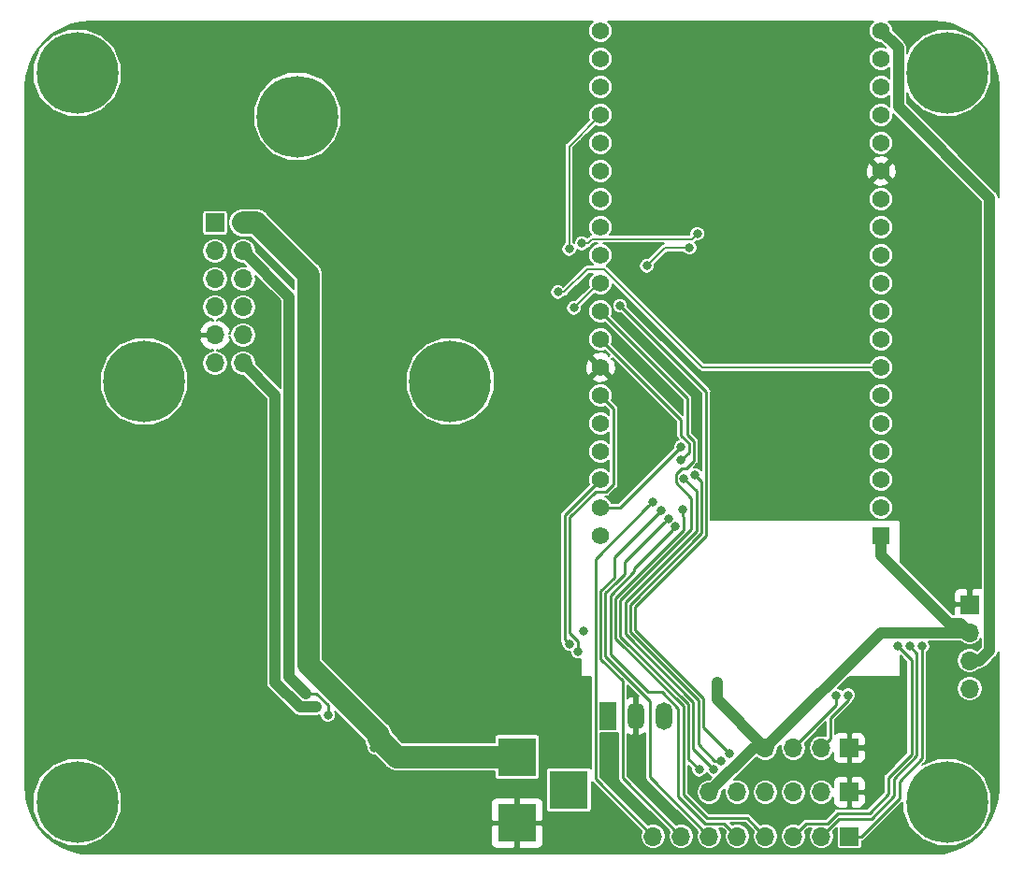
<source format=gbl>
G04 #@! TF.GenerationSoftware,KiCad,Pcbnew,(5.0.0)*
G04 #@! TF.CreationDate,2019-02-18T14:00:49-08:00*
G04 #@! TF.ProjectId,mlab100_Base_Panel_1.6,6D6C61623130305F426173655F50616E,rev?*
G04 #@! TF.SameCoordinates,Original*
G04 #@! TF.FileFunction,Copper,L2,Bot,Signal*
G04 #@! TF.FilePolarity,Positive*
%FSLAX46Y46*%
G04 Gerber Fmt 4.6, Leading zero omitted, Abs format (unit mm)*
G04 Created by KiCad (PCBNEW (5.0.0)) date 02/18/19 14:00:49*
%MOMM*%
%LPD*%
G01*
G04 APERTURE LIST*
G04 #@! TA.AperFunction,ComponentPad*
%ADD10R,1.560000X1.560000*%
G04 #@! TD*
G04 #@! TA.AperFunction,ComponentPad*
%ADD11C,1.560000*%
G04 #@! TD*
G04 #@! TA.AperFunction,ComponentPad*
%ADD12R,1.500000X2.500000*%
G04 #@! TD*
G04 #@! TA.AperFunction,ComponentPad*
%ADD13O,1.500000X2.500000*%
G04 #@! TD*
G04 #@! TA.AperFunction,ComponentPad*
%ADD14R,1.700000X1.700000*%
G04 #@! TD*
G04 #@! TA.AperFunction,ComponentPad*
%ADD15O,1.700000X1.700000*%
G04 #@! TD*
G04 #@! TA.AperFunction,ComponentPad*
%ADD16C,7.400000*%
G04 #@! TD*
G04 #@! TA.AperFunction,ComponentPad*
%ADD17R,3.500000X3.500000*%
G04 #@! TD*
G04 #@! TA.AperFunction,ViaPad*
%ADD18C,0.800000*%
G04 #@! TD*
G04 #@! TA.AperFunction,Conductor*
%ADD19C,1.000000*%
G04 #@! TD*
G04 #@! TA.AperFunction,Conductor*
%ADD20C,0.200000*%
G04 #@! TD*
G04 #@! TA.AperFunction,Conductor*
%ADD21C,0.250000*%
G04 #@! TD*
G04 #@! TA.AperFunction,Conductor*
%ADD22C,2.000000*%
G04 #@! TD*
G04 APERTURE END LIST*
D10*
G04 #@! TO.P,U1,1*
G04 #@! TO.N,+3V3*
X77860000Y-46970000D03*
D11*
G04 #@! TO.P,U1,2*
G04 #@! TO.N,N/C*
X77860000Y-44430000D03*
G04 #@! TO.P,U1,19*
G04 #@! TO.N,+5V*
X77860000Y-1250000D03*
G04 #@! TO.P,U1,3*
G04 #@! TO.N,N/C*
X77860000Y-41890000D03*
G04 #@! TO.P,U1,4*
X77860000Y-39350000D03*
G04 #@! TO.P,U1,5*
G04 #@! TO.N,I34*
X77860000Y-36810000D03*
G04 #@! TO.P,U1,6*
G04 #@! TO.N,I35*
X77860000Y-34270000D03*
G04 #@! TO.P,U1,7*
G04 #@! TO.N,CTRL_Heater*
X77860000Y-31730000D03*
G04 #@! TO.P,U1,8*
G04 #@! TO.N,IO33*
X77860000Y-29190000D03*
G04 #@! TO.P,U1,9*
G04 #@! TO.N,LED_G*
X77860000Y-26650000D03*
G04 #@! TO.P,U1,10*
G04 #@! TO.N,LED_Y*
X77860000Y-24110000D03*
G04 #@! TO.P,U1,11*
G04 #@! TO.N,LED_R*
X77860000Y-21570000D03*
G04 #@! TO.P,U1,12*
G04 #@! TO.N,CTRL_3V3A*
X77860000Y-19030000D03*
G04 #@! TO.P,U1,13*
G04 #@! TO.N,CTRL_470nm*
X77860000Y-16490000D03*
G04 #@! TO.P,U1,14*
G04 #@! TO.N,GND*
X77860000Y-13950000D03*
G04 #@! TO.P,U1,15*
G04 #@! TO.N,N/C*
X77860000Y-11410000D03*
G04 #@! TO.P,U1,16*
X77860000Y-8870000D03*
G04 #@! TO.P,U1,17*
X77860000Y-6330000D03*
G04 #@! TO.P,U1,18*
X77860000Y-3790000D03*
G04 #@! TO.P,U1,20*
G04 #@! TO.N,GND*
X52460000Y-46970000D03*
G04 #@! TO.P,U1,21*
G04 #@! TO.N,SPI_MISO*
X52460000Y-44430000D03*
G04 #@! TO.P,U1,22*
G04 #@! TO.N,I2C_SCL*
X52460000Y-41890000D03*
G04 #@! TO.P,U1,23*
G04 #@! TO.N,N/C*
X52460000Y-39350000D03*
G04 #@! TO.P,U1,24*
X52460000Y-36810000D03*
G04 #@! TO.P,U1,25*
G04 #@! TO.N,I2C_SDA*
X52460000Y-34270000D03*
G04 #@! TO.P,U1,26*
G04 #@! TO.N,GND*
X52460000Y-31730000D03*
G04 #@! TO.P,U1,27*
G04 #@! TO.N,SPI_MOSI*
X52460000Y-29190000D03*
G04 #@! TO.P,U1,28*
G04 #@! TO.N,SPI_SCL*
X52460000Y-26650000D03*
G04 #@! TO.P,U1,29*
G04 #@! TO.N,SPI_CS_ADC*
X52460000Y-24110000D03*
G04 #@! TO.P,U1,30*
G04 #@! TO.N,IO17*
X52460000Y-21570000D03*
G04 #@! TO.P,U1,31*
G04 #@! TO.N,IO16*
X52460000Y-19030000D03*
G04 #@! TO.P,U1,32*
G04 #@! TO.N,IO4*
X52460000Y-16490000D03*
G04 #@! TO.P,U1,33*
G04 #@! TO.N,IO0*
X52460000Y-13950000D03*
G04 #@! TO.P,U1,34*
G04 #@! TO.N,IO2*
X52460000Y-11410000D03*
G04 #@! TO.P,U1,35*
G04 #@! TO.N,TEMP1W*
X52460000Y-8870000D03*
G04 #@! TO.P,U1,36*
G04 #@! TO.N,N/C*
X52460000Y-6330000D03*
G04 #@! TO.P,U1,37*
X52460000Y-3790000D03*
G04 #@! TO.P,U1,38*
X52460000Y-1250000D03*
G04 #@! TD*
D12*
G04 #@! TO.P,U2,1*
G04 #@! TO.N,+12V*
X53100000Y-63300000D03*
D13*
G04 #@! TO.P,U2,2*
G04 #@! TO.N,GND*
X55640000Y-63300000D03*
G04 #@! TO.P,U2,3*
G04 #@! TO.N,+5V*
X58180000Y-63300000D03*
G04 #@! TD*
D14*
G04 #@! TO.P,J1,1*
G04 #@! TO.N,GND*
X85900000Y-53200000D03*
D15*
G04 #@! TO.P,J1,2*
G04 #@! TO.N,+3V3*
X85900000Y-55740000D03*
G04 #@! TO.P,J1,3*
G04 #@! TO.N,+5V*
X85900000Y-58280000D03*
G04 #@! TO.P,J1,4*
G04 #@! TO.N,+12V*
X85900000Y-60820000D03*
G04 #@! TD*
D14*
G04 #@! TO.P,J5,1*
G04 #@! TO.N,I34*
X75000000Y-74200000D03*
D15*
G04 #@! TO.P,J5,2*
G04 #@! TO.N,I35*
X72460000Y-74200000D03*
G04 #@! TO.P,J5,3*
G04 #@! TO.N,IO33*
X69920000Y-74200000D03*
G04 #@! TO.P,J5,4*
G04 #@! TO.N,IO2*
X67380000Y-74200000D03*
G04 #@! TO.P,J5,5*
G04 #@! TO.N,IO0*
X64840000Y-74200000D03*
G04 #@! TO.P,J5,6*
G04 #@! TO.N,IO4*
X62300000Y-74200000D03*
G04 #@! TO.P,J5,7*
G04 #@! TO.N,IO16*
X59760000Y-74200000D03*
G04 #@! TO.P,J5,8*
G04 #@! TO.N,IO17*
X57220000Y-74200000D03*
G04 #@! TD*
D14*
G04 #@! TO.P,J7,1*
G04 #@! TO.N,GND*
X75000000Y-66200000D03*
D15*
G04 #@! TO.P,J7,2*
G04 #@! TO.N,I2C_SDA*
X72460000Y-66200000D03*
G04 #@! TO.P,J7,3*
G04 #@! TO.N,I2C_SCL*
X69920000Y-66200000D03*
G04 #@! TO.P,J7,4*
G04 #@! TO.N,+3V3*
X67380000Y-66200000D03*
G04 #@! TD*
G04 #@! TO.P,J2,12*
G04 #@! TO.N,+5V*
X20100000Y-31350000D03*
G04 #@! TO.P,J2,11*
G04 #@! TO.N,CTRL_Heater*
X17560000Y-31350000D03*
G04 #@! TO.P,J2,10*
G04 #@! TO.N,SPI_CS_ADC*
X20100000Y-28810000D03*
G04 #@! TO.P,J2,9*
G04 #@! TO.N,GND*
X17560000Y-28810000D03*
G04 #@! TO.P,J2,8*
G04 #@! TO.N,SPI_MOSI*
X20100000Y-26270000D03*
G04 #@! TO.P,J2,7*
G04 #@! TO.N,SPI_MISO*
X17560000Y-26270000D03*
G04 #@! TO.P,J2,6*
G04 #@! TO.N,CTRL_3V3A*
X20100000Y-23730000D03*
G04 #@! TO.P,J2,5*
G04 #@! TO.N,SPI_SCL*
X17560000Y-23730000D03*
G04 #@! TO.P,J2,4*
G04 #@! TO.N,+3V3*
X20100000Y-21190000D03*
G04 #@! TO.P,J2,3*
G04 #@! TO.N,TEMP1W*
X17560000Y-21190000D03*
G04 #@! TO.P,J2,2*
G04 #@! TO.N,+12V*
X20100000Y-18650000D03*
D14*
G04 #@! TO.P,J2,1*
G04 #@! TO.N,CTRL_470nm*
X17560000Y-18650000D03*
G04 #@! TD*
G04 #@! TO.P,J6,1*
G04 #@! TO.N,GND*
X75000000Y-70200000D03*
D15*
G04 #@! TO.P,J6,2*
G04 #@! TO.N,SPI_CS_ADC*
X72460000Y-70200000D03*
G04 #@! TO.P,J6,3*
G04 #@! TO.N,SPI_MISO*
X69920000Y-70200000D03*
G04 #@! TO.P,J6,4*
G04 #@! TO.N,SPI_MOSI*
X67380000Y-70200000D03*
G04 #@! TO.P,J6,5*
G04 #@! TO.N,SPI_SCL*
X64840000Y-70200000D03*
G04 #@! TO.P,J6,6*
G04 #@! TO.N,+3V3*
X62300000Y-70200000D03*
G04 #@! TD*
D16*
G04 #@! TO.P,MH1,1*
G04 #@! TO.N,N/C*
X5080000Y-5080000D03*
G04 #@! TD*
G04 #@! TO.P,MH2,1*
G04 #@! TO.N,N/C*
X5080000Y-71120000D03*
G04 #@! TD*
G04 #@! TO.P,MH3,1*
G04 #@! TO.N,N/C*
X83820000Y-71120000D03*
G04 #@! TD*
G04 #@! TO.P,MH4,1*
G04 #@! TO.N,N/C*
X83820000Y-5080000D03*
G04 #@! TD*
G04 #@! TO.P,MH5,1*
G04 #@! TO.N,N/C*
X38856400Y-33000000D03*
G04 #@! TD*
G04 #@! TO.P,MH6,1*
G04 #@! TO.N,N/C*
X11143600Y-33000000D03*
G04 #@! TD*
G04 #@! TO.P,MH7,1*
G04 #@! TO.N,N/C*
X25000000Y-9000000D03*
G04 #@! TD*
D17*
G04 #@! TO.P,J4,3*
G04 #@! TO.N,N/C*
X49600000Y-70000000D03*
G04 #@! TO.P,J4,2*
G04 #@! TO.N,GND*
X44900000Y-73000000D03*
G04 #@! TO.P,J4,1*
G04 #@! TO.N,+12V*
X44900000Y-67000000D03*
G04 #@! TD*
D18*
G04 #@! TO.N,+5V*
X26750000Y-62500000D03*
G04 #@! TO.N,GND*
X47600000Y-6600000D03*
X70300000Y-34300000D03*
X83800000Y-47100000D03*
X83900000Y-38600000D03*
X83500000Y-28700000D03*
X83400000Y-21200000D03*
X62800000Y-14100000D03*
X58300000Y-8100000D03*
X68200000Y-4300000D03*
X73500000Y-6700000D03*
X16490000Y-5000000D03*
X26850000Y-16700000D03*
X4400000Y-11400000D03*
X2400000Y-36100000D03*
X3200000Y-66200000D03*
X26980000Y-67730000D03*
X38250000Y-64750000D03*
X38500000Y-73000000D03*
X86090000Y-66130000D03*
X79300000Y-73700000D03*
X65200000Y-25800000D03*
X62800000Y-23100000D03*
X15400000Y-25300000D03*
X11000000Y-38200000D03*
X8750000Y-61000000D03*
X14200000Y-58700000D03*
X55700000Y-67000000D03*
X52870000Y-72210000D03*
X87500000Y-62500000D03*
X59200000Y-26150000D03*
X47840000Y-17660000D03*
X38030000Y-17600000D03*
X73060000Y-42130000D03*
X36230000Y-24360000D03*
X12970000Y-15650000D03*
X34980000Y-4430000D03*
X3750000Y-45000000D03*
X15750000Y-47250000D03*
X48219130Y-54519990D03*
X71010000Y-16510000D03*
X60002639Y-18737726D03*
X60350000Y-27270000D03*
X83110000Y-51340000D03*
X78200000Y-66110000D03*
X56882340Y-32097660D03*
X5700000Y-24700000D03*
X21750000Y-63000000D03*
X21000000Y-56250000D03*
X17250000Y-63500000D03*
X17500000Y-58750000D03*
X28500000Y-73250000D03*
X46500000Y-31250000D03*
X46000000Y-42750000D03*
X33500000Y-43750000D03*
X29000000Y-33000000D03*
X43250000Y-57750000D03*
X40250000Y-57750000D03*
X63710000Y-41540000D03*
X75290000Y-33260000D03*
X80400000Y-12600000D03*
X86580000Y-10850000D03*
X83440000Y-57650000D03*
X78520000Y-60710000D03*
X76540000Y-60630000D03*
X10050000Y-73470000D03*
X55670000Y-68310000D03*
X49530000Y-66294000D03*
X50500000Y-61500000D03*
G04 #@! TO.N,CTRL_3V3A*
X56640000Y-22530000D03*
X60530000Y-20900000D03*
G04 #@! TO.N,SPI_CS_ADC*
X64130000Y-66710000D03*
X54240000Y-26140000D03*
X50040000Y-26350000D03*
G04 #@! TO.N,SPI_SCL*
X61390000Y-68180000D03*
G04 #@! TO.N,+3V3*
X50930000Y-55620000D03*
X25750000Y-61250000D03*
X63000000Y-60250000D03*
X27770000Y-63240000D03*
G04 #@! TO.N,TEMP1W*
X49620000Y-21000000D03*
G04 #@! TO.N,I2C_SCL*
X73820000Y-61440000D03*
X49630000Y-56760000D03*
G04 #@! TO.N,I2C_SDA*
X74870000Y-61420000D03*
X50410000Y-57460000D03*
G04 #@! TO.N,+12V*
X32000000Y-66150000D03*
G04 #@! TO.N,IO0*
X59262721Y-46162730D03*
G04 #@! TO.N,IO2*
X59912653Y-44587347D03*
G04 #@! TO.N,IO4*
X58605551Y-45408972D03*
G04 #@! TO.N,IO16*
X57913046Y-44687543D03*
G04 #@! TO.N,IO17*
X57200000Y-43900000D03*
G04 #@! TO.N,IO33*
X79400000Y-57000000D03*
G04 #@! TO.N,I34*
X81600000Y-57000000D03*
G04 #@! TO.N,I35*
X80500000Y-57000000D03*
G04 #@! TO.N,CTRL_Heater*
X48600000Y-24910000D03*
G04 #@! TO.N,CTRL_470nm*
X61220000Y-19630000D03*
X50750000Y-20500000D03*
G04 #@! TO.N,SPI_MOSI*
X62709778Y-68114329D03*
X59990000Y-41770000D03*
X59760000Y-40130000D03*
G04 #@! TO.N,SPI_MISO*
X63383147Y-67375007D03*
X61040000Y-41460000D03*
X59740000Y-38950000D03*
G04 #@! TD*
D19*
G04 #@! TO.N,+5V*
X85900000Y-58280000D02*
X86780000Y-58280000D01*
X86780000Y-58280000D02*
X87700000Y-57360000D01*
X79419999Y-2809999D02*
X79419999Y-8119999D01*
X77860000Y-1250000D02*
X79419999Y-2809999D01*
X87700000Y-16400000D02*
X87700000Y-18580000D01*
X79419999Y-8119999D02*
X87700000Y-16400000D01*
X87700000Y-57360000D02*
X87700000Y-18580000D01*
X20100000Y-31350000D02*
X23000000Y-34250000D01*
X23000000Y-34250000D02*
X23000000Y-60250000D01*
X25250000Y-62500000D02*
X26750000Y-62500000D01*
X23000000Y-60250000D02*
X25250000Y-62500000D01*
D20*
G04 #@! TO.N,CTRL_3V3A*
X56640000Y-22530000D02*
X58270000Y-20900000D01*
X58270000Y-20900000D02*
X60530000Y-20900000D01*
D21*
G04 #@! TO.N,SPI_CS_ADC*
X64130000Y-66710000D02*
X61760000Y-64340000D01*
X61750047Y-61780047D02*
X61750046Y-61663636D01*
X61760000Y-64340000D02*
X61760000Y-61790000D01*
X61760000Y-61790000D02*
X61750047Y-61780047D01*
X61750046Y-61663636D02*
X55600081Y-55513671D01*
X62050020Y-46946390D02*
X62050020Y-45129980D01*
X55600081Y-55513671D02*
X55600081Y-53396328D01*
X55600081Y-53396328D02*
X62050020Y-46946390D01*
X62050020Y-45129980D02*
X62050020Y-33950020D01*
X62050020Y-33950020D02*
X54240000Y-26140000D01*
D20*
X52280000Y-24110000D02*
X52460000Y-24110000D01*
X50040000Y-26350000D02*
X52280000Y-24110000D01*
D21*
G04 #@! TO.N,SPI_SCL*
X54250051Y-56076937D02*
X54250051Y-52837128D01*
X60400016Y-67218776D02*
X60400016Y-62226903D01*
X54250051Y-52837128D02*
X60690000Y-46397180D01*
X60690000Y-43543004D02*
X59264998Y-42118002D01*
X60915013Y-40157989D02*
X60915013Y-38415598D01*
X60690000Y-46397180D02*
X60690000Y-43543004D01*
X59264998Y-41421998D02*
X59831995Y-40855001D01*
X60324998Y-37825583D02*
X60324998Y-34514998D01*
X60915013Y-38415598D02*
X60324998Y-37825583D01*
X53239999Y-27429999D02*
X52460000Y-26650000D01*
X60218001Y-40855001D02*
X60915013Y-40157989D01*
X60400016Y-62226903D02*
X54250051Y-56076937D01*
X60324998Y-34514998D02*
X53239999Y-27429999D01*
X59831995Y-40855001D02*
X60218001Y-40855001D01*
X59264998Y-42118002D02*
X59264998Y-41421998D01*
X60400016Y-67218776D02*
X60428776Y-67218776D01*
X60428776Y-67218776D02*
X61390000Y-68180000D01*
D19*
G04 #@! TO.N,+3V3*
X77840000Y-55740000D02*
X67380000Y-66200000D01*
X85900000Y-55740000D02*
X77840000Y-55740000D01*
X77860000Y-48750000D02*
X77860000Y-46970000D01*
X84000001Y-54890001D02*
X77860000Y-48750000D01*
X85050001Y-54890001D02*
X84000001Y-54890001D01*
X85900000Y-55740000D02*
X85050001Y-54890001D01*
X66300000Y-66200000D02*
X67380000Y-66200000D01*
X62300000Y-70200000D02*
X66300000Y-66200000D01*
X66530001Y-65350001D02*
X67380000Y-66200000D01*
X20100000Y-21190000D02*
X24250000Y-25340000D01*
X24250000Y-25340000D02*
X24250000Y-33250000D01*
X24250000Y-33250000D02*
X24250000Y-58000000D01*
X24250000Y-58000000D02*
X24250000Y-59750000D01*
X24250000Y-59750000D02*
X25750000Y-61250000D01*
X63000000Y-61820000D02*
X67380000Y-66200000D01*
X63000000Y-60250000D02*
X63000000Y-61820000D01*
D21*
X27770000Y-63240000D02*
X27770000Y-62320000D01*
X26700000Y-61250000D02*
X25750000Y-61250000D01*
X27770000Y-62320000D02*
X26700000Y-61250000D01*
D20*
G04 #@! TO.N,TEMP1W*
X49620000Y-11710000D02*
X52460000Y-8870000D01*
X49620000Y-21000000D02*
X49620000Y-11710000D01*
D21*
G04 #@! TO.N,I2C_SCL*
X69920000Y-66200000D02*
X73820000Y-62300000D01*
X73820000Y-62300000D02*
X73820000Y-61440000D01*
X51680001Y-42669999D02*
X52460000Y-41890000D01*
X49230001Y-45119999D02*
X51680001Y-42669999D01*
X49230001Y-56360001D02*
X49230001Y-45119999D01*
X49630000Y-56760000D02*
X49230001Y-56360001D01*
G04 #@! TO.N,I2C_SDA*
X73309999Y-65350001D02*
X73309999Y-63470001D01*
X72460000Y-66200000D02*
X73309999Y-65350001D01*
X73309999Y-63470001D02*
X74870000Y-61910000D01*
X74870000Y-61910000D02*
X74870000Y-61420000D01*
X53640000Y-35450000D02*
X52460000Y-34270000D01*
X53640000Y-42345402D02*
X53640000Y-35450000D01*
X50410000Y-56510000D02*
X49690000Y-55790000D01*
X50410000Y-57460000D02*
X50410000Y-56510000D01*
X49690000Y-55790000D02*
X49690000Y-45310000D01*
X49690000Y-45310000D02*
X52004999Y-42995001D01*
X52004999Y-42995001D02*
X52990401Y-42995001D01*
X52990401Y-42995001D02*
X53640000Y-42345402D01*
D22*
G04 #@! TO.N,+12V*
X41150000Y-67000000D02*
X44900000Y-67000000D01*
X34000000Y-67000000D02*
X41150000Y-67000000D01*
D21*
X32000000Y-65700000D02*
X32350000Y-65350000D01*
X32000000Y-66150000D02*
X32000000Y-65700000D01*
D22*
X32350000Y-65350000D02*
X34000000Y-67000000D01*
X26000000Y-23347919D02*
X26000000Y-58676152D01*
X20100000Y-18650000D02*
X21302081Y-18650000D01*
X21302081Y-18650000D02*
X26000000Y-23347919D01*
X32350000Y-65026152D02*
X32350000Y-65350000D01*
X26000000Y-58676152D02*
X32350000Y-65026152D01*
D21*
G04 #@! TO.N,IO0*
X55400009Y-50309221D02*
X55529230Y-50180000D01*
X63990001Y-73350001D02*
X64840000Y-74200000D01*
X55529230Y-50180000D02*
X53350031Y-52359199D01*
X53350031Y-52359199D02*
X53350031Y-57747211D01*
X53350031Y-57747211D02*
X56746410Y-61143590D01*
X61903600Y-73010011D02*
X63650011Y-73010011D01*
X63650011Y-73010011D02*
X63990001Y-73350001D01*
X59500001Y-70606411D02*
X61903600Y-73010011D01*
X59500000Y-62599707D02*
X59500001Y-70606411D01*
X58043883Y-61143590D02*
X59500000Y-62599707D01*
X56746410Y-61143590D02*
X58043883Y-61143590D01*
X58862722Y-46562729D02*
X59262721Y-46162730D01*
X55529230Y-49896221D02*
X58862722Y-46562729D01*
X55529230Y-50180000D02*
X55529230Y-49896221D01*
G04 #@! TO.N,IO2*
X59912653Y-44587347D02*
X59912653Y-45153032D01*
X62090000Y-72560000D02*
X65740000Y-72560000D01*
X59950010Y-70420010D02*
X62090000Y-72560000D01*
X59950010Y-62413307D02*
X59950010Y-70420010D01*
X60025001Y-45265380D02*
X60025001Y-46425769D01*
X65740000Y-72560000D02*
X66530001Y-73350001D01*
X66530001Y-73350001D02*
X67380000Y-74200000D01*
X53800040Y-56263337D02*
X59950010Y-62413307D01*
X53800040Y-52650728D02*
X53800040Y-56263337D01*
X60025001Y-46425769D02*
X53800040Y-52650728D01*
X59912653Y-45153032D02*
X60025001Y-45265380D01*
G04 #@! TO.N,IO4*
X52900021Y-52172799D02*
X53866401Y-51206419D01*
X62300000Y-74200000D02*
X56900000Y-68800000D01*
X53866401Y-51206419D02*
X54660000Y-50412820D01*
X56900000Y-68800000D02*
X56900000Y-61933590D01*
X56900000Y-61933590D02*
X52900021Y-57933611D01*
X54400006Y-50672814D02*
X54660000Y-50412820D01*
X52900021Y-57933611D02*
X52900021Y-52172799D01*
X54660000Y-50412820D02*
X54660000Y-49354523D01*
X58205552Y-45808971D02*
X58605551Y-45408972D01*
X54660000Y-49354523D02*
X58205552Y-45808971D01*
G04 #@! TO.N,IO16*
X54448001Y-68888001D02*
X59760000Y-74200000D01*
X54448001Y-60118001D02*
X52450011Y-58120011D01*
X54448001Y-60200000D02*
X54448001Y-60118001D01*
X54448001Y-60200000D02*
X54448001Y-68888001D01*
X52450011Y-51986399D02*
X53680000Y-50756410D01*
X52450011Y-58120011D02*
X52450011Y-51986399D01*
X53400003Y-51036407D02*
X53680000Y-50756410D01*
X53680000Y-50756410D02*
X53680000Y-48920589D01*
X53680000Y-48920589D02*
X57513047Y-45087542D01*
X57513047Y-45087542D02*
X57913046Y-44687543D01*
G04 #@! TO.N,IO17*
X52000001Y-49099999D02*
X56800001Y-44299999D01*
X56800001Y-44299999D02*
X57200000Y-43900000D01*
X52000001Y-68980001D02*
X52000001Y-49099999D01*
X57220000Y-74200000D02*
X52000001Y-68980001D01*
G04 #@! TO.N,IO33*
X71095001Y-73024999D02*
X72998591Y-73024999D01*
X78500000Y-68863590D02*
X80600000Y-66763590D01*
X72998591Y-73024999D02*
X73923590Y-72100000D01*
X73923590Y-72100000D02*
X76800000Y-72100000D01*
X69920000Y-74200000D02*
X71095001Y-73024999D01*
X76800000Y-72100000D02*
X78500000Y-70300000D01*
X80600000Y-66763590D02*
X80600000Y-58200000D01*
X78500000Y-70300000D02*
X78500000Y-68863590D01*
X80600000Y-58200000D02*
X79400000Y-57000000D01*
G04 #@! TO.N,I34*
X79500000Y-69200000D02*
X81600000Y-67100000D01*
X81600000Y-67100000D02*
X81600000Y-57000000D01*
X79500000Y-70800000D02*
X79500000Y-69200000D01*
X75000000Y-74200000D02*
X76100000Y-74200000D01*
X76100000Y-74200000D02*
X79500000Y-70800000D01*
G04 #@! TO.N,I35*
X77000000Y-72600000D02*
X79049990Y-70550010D01*
X72460000Y-74200000D02*
X74060000Y-72600000D01*
X74060000Y-72600000D02*
X77000000Y-72600000D01*
X79049990Y-70550010D02*
X79049990Y-68950010D01*
X79049990Y-68950010D02*
X81100000Y-66900000D01*
X81100000Y-66900000D02*
X81100000Y-57600000D01*
X81100000Y-57600000D02*
X80500000Y-57000000D01*
D20*
G04 #@! TO.N,CTRL_Heater*
X49165685Y-24910000D02*
X51235685Y-22840000D01*
X48600000Y-24910000D02*
X49165685Y-24910000D01*
X76756914Y-31730000D02*
X77860000Y-31730000D01*
X61678402Y-31730000D02*
X76756914Y-31730000D01*
X52788402Y-22840000D02*
X61678402Y-31730000D01*
X51235685Y-22840000D02*
X52788402Y-22840000D01*
G04 #@! TO.N,CTRL_470nm*
X60820001Y-20029999D02*
X61220000Y-19630000D01*
X60739999Y-20110001D02*
X60820001Y-20029999D01*
X51705684Y-20110001D02*
X60739999Y-20110001D01*
X51315685Y-20500000D02*
X51705684Y-20110001D01*
X50750000Y-20500000D02*
X51315685Y-20500000D01*
D21*
G04 #@! TO.N,SPI_MOSI*
X54700061Y-55890538D02*
X54700060Y-53023529D01*
X60850027Y-62040504D02*
X54700061Y-55890538D01*
X60850027Y-66254578D02*
X60850027Y-62040504D01*
X61150000Y-46573590D02*
X61150000Y-43860000D01*
X54700060Y-53023529D02*
X61150000Y-46573590D01*
X62709778Y-68114329D02*
X60850027Y-66254578D01*
X61150000Y-42930000D02*
X59990000Y-41770000D01*
X61150000Y-43860000D02*
X61150000Y-42930000D01*
X53239999Y-29969999D02*
X52460000Y-29190000D01*
X59760000Y-37896996D02*
X59760000Y-36490000D01*
X59760000Y-40130000D02*
X60465002Y-39424998D01*
X60465002Y-39424998D02*
X60465002Y-38601998D01*
X60465002Y-38601998D02*
X59760000Y-37896996D01*
X59760000Y-36490000D02*
X53239999Y-29969999D01*
G04 #@! TO.N,SPI_MISO*
X62817462Y-67375007D02*
X61300037Y-65857582D01*
X63383147Y-67375007D02*
X62817462Y-67375007D01*
X61300037Y-65857582D02*
X61300037Y-61850037D01*
X61300037Y-61850037D02*
X55150071Y-55700071D01*
X55150071Y-53209928D02*
X61600010Y-46759990D01*
X55150071Y-55700071D02*
X55150071Y-53209928D01*
X61600010Y-46759990D02*
X61600010Y-44100000D01*
X61600010Y-44100000D02*
X61600010Y-42020010D01*
X61600010Y-42020010D02*
X61040000Y-41460000D01*
X54260000Y-44430000D02*
X59740000Y-38950000D01*
X52460000Y-44430000D02*
X54260000Y-44430000D01*
G04 #@! TD*
D20*
G04 #@! TO.N,GND*
G36*
X51544421Y-638229D02*
X51380000Y-1035175D01*
X51380000Y-1464825D01*
X51544421Y-1861771D01*
X51848229Y-2165579D01*
X52245175Y-2330000D01*
X52674825Y-2330000D01*
X53071771Y-2165579D01*
X53375579Y-1861771D01*
X53540000Y-1464825D01*
X53540000Y-1035175D01*
X53375579Y-638229D01*
X53137350Y-400000D01*
X77182650Y-400000D01*
X76944421Y-638229D01*
X76780000Y-1035175D01*
X76780000Y-1464825D01*
X76944421Y-1861771D01*
X77248229Y-2165579D01*
X77645175Y-2330000D01*
X77808630Y-2330000D01*
X78269102Y-2790472D01*
X78074825Y-2710000D01*
X77645175Y-2710000D01*
X77248229Y-2874421D01*
X76944421Y-3178229D01*
X76780000Y-3575175D01*
X76780000Y-4004825D01*
X76944421Y-4401771D01*
X77248229Y-4705579D01*
X77645175Y-4870000D01*
X78074825Y-4870000D01*
X78471771Y-4705579D01*
X78619999Y-4557351D01*
X78620000Y-5562650D01*
X78471771Y-5414421D01*
X78074825Y-5250000D01*
X77645175Y-5250000D01*
X77248229Y-5414421D01*
X76944421Y-5718229D01*
X76780000Y-6115175D01*
X76780000Y-6544825D01*
X76944421Y-6941771D01*
X77248229Y-7245579D01*
X77645175Y-7410000D01*
X78074825Y-7410000D01*
X78471771Y-7245579D01*
X78620000Y-7097350D01*
X78620000Y-8041210D01*
X78609807Y-8092457D01*
X78471771Y-7954421D01*
X78074825Y-7790000D01*
X77645175Y-7790000D01*
X77248229Y-7954421D01*
X76944421Y-8258229D01*
X76780000Y-8655175D01*
X76780000Y-9084825D01*
X76944421Y-9481771D01*
X77248229Y-9785579D01*
X77645175Y-9950000D01*
X78074825Y-9950000D01*
X78471771Y-9785579D01*
X78775579Y-9481771D01*
X78940000Y-9084825D01*
X78940000Y-8771370D01*
X86900000Y-16731370D01*
X86900001Y-18501211D01*
X86900000Y-51754038D01*
X86870939Y-51742000D01*
X86206000Y-51742000D01*
X86054000Y-51894000D01*
X86054000Y-53046000D01*
X86074000Y-53046000D01*
X86074000Y-53354000D01*
X86054000Y-53354000D01*
X86054000Y-53374000D01*
X85746000Y-53374000D01*
X85746000Y-53354000D01*
X84594000Y-53354000D01*
X84442000Y-53506000D01*
X84442000Y-54090001D01*
X84331371Y-54090001D01*
X82470432Y-52229062D01*
X84442000Y-52229062D01*
X84442000Y-52894000D01*
X84594000Y-53046000D01*
X85746000Y-53046000D01*
X85746000Y-51894000D01*
X85594000Y-51742000D01*
X84929061Y-51742000D01*
X84705595Y-51834563D01*
X84534562Y-52005596D01*
X84442000Y-52229062D01*
X82470432Y-52229062D01*
X79608019Y-49366649D01*
X79603218Y-45652225D01*
X79595646Y-45614182D01*
X79574003Y-45581717D01*
X79541583Y-45560006D01*
X79503322Y-45552354D01*
X62475020Y-45534561D01*
X62475020Y-44215175D01*
X76780000Y-44215175D01*
X76780000Y-44644825D01*
X76944421Y-45041771D01*
X77248229Y-45345579D01*
X77645175Y-45510000D01*
X78074825Y-45510000D01*
X78471771Y-45345579D01*
X78775579Y-45041771D01*
X78940000Y-44644825D01*
X78940000Y-44215175D01*
X78775579Y-43818229D01*
X78471771Y-43514421D01*
X78074825Y-43350000D01*
X77645175Y-43350000D01*
X77248229Y-43514421D01*
X76944421Y-43818229D01*
X76780000Y-44215175D01*
X62475020Y-44215175D01*
X62475020Y-41675175D01*
X76780000Y-41675175D01*
X76780000Y-42104825D01*
X76944421Y-42501771D01*
X77248229Y-42805579D01*
X77645175Y-42970000D01*
X78074825Y-42970000D01*
X78471771Y-42805579D01*
X78775579Y-42501771D01*
X78940000Y-42104825D01*
X78940000Y-41675175D01*
X78775579Y-41278229D01*
X78471771Y-40974421D01*
X78074825Y-40810000D01*
X77645175Y-40810000D01*
X77248229Y-40974421D01*
X76944421Y-41278229D01*
X76780000Y-41675175D01*
X62475020Y-41675175D01*
X62475020Y-39135175D01*
X76780000Y-39135175D01*
X76780000Y-39564825D01*
X76944421Y-39961771D01*
X77248229Y-40265579D01*
X77645175Y-40430000D01*
X78074825Y-40430000D01*
X78471771Y-40265579D01*
X78775579Y-39961771D01*
X78940000Y-39564825D01*
X78940000Y-39135175D01*
X78775579Y-38738229D01*
X78471771Y-38434421D01*
X78074825Y-38270000D01*
X77645175Y-38270000D01*
X77248229Y-38434421D01*
X76944421Y-38738229D01*
X76780000Y-39135175D01*
X62475020Y-39135175D01*
X62475020Y-36595175D01*
X76780000Y-36595175D01*
X76780000Y-37024825D01*
X76944421Y-37421771D01*
X77248229Y-37725579D01*
X77645175Y-37890000D01*
X78074825Y-37890000D01*
X78471771Y-37725579D01*
X78775579Y-37421771D01*
X78940000Y-37024825D01*
X78940000Y-36595175D01*
X78775579Y-36198229D01*
X78471771Y-35894421D01*
X78074825Y-35730000D01*
X77645175Y-35730000D01*
X77248229Y-35894421D01*
X76944421Y-36198229D01*
X76780000Y-36595175D01*
X62475020Y-36595175D01*
X62475020Y-34055175D01*
X76780000Y-34055175D01*
X76780000Y-34484825D01*
X76944421Y-34881771D01*
X77248229Y-35185579D01*
X77645175Y-35350000D01*
X78074825Y-35350000D01*
X78471771Y-35185579D01*
X78775579Y-34881771D01*
X78940000Y-34484825D01*
X78940000Y-34055175D01*
X78775579Y-33658229D01*
X78471771Y-33354421D01*
X78074825Y-33190000D01*
X77645175Y-33190000D01*
X77248229Y-33354421D01*
X76944421Y-33658229D01*
X76780000Y-34055175D01*
X62475020Y-34055175D01*
X62475020Y-33991877D01*
X62483346Y-33950019D01*
X62450361Y-33784193D01*
X62380138Y-33679097D01*
X62356428Y-33643612D01*
X62320942Y-33619901D01*
X54940000Y-26238960D01*
X54940000Y-26000761D01*
X54833432Y-25743482D01*
X54636518Y-25546568D01*
X54379239Y-25440000D01*
X54100761Y-25440000D01*
X53843482Y-25546568D01*
X53646568Y-25743482D01*
X53540000Y-26000761D01*
X53540000Y-26279239D01*
X53646568Y-26536518D01*
X53843482Y-26733432D01*
X54100761Y-26840000D01*
X54338960Y-26840000D01*
X61625021Y-34126062D01*
X61625020Y-41055070D01*
X61436518Y-40866568D01*
X61179239Y-40760000D01*
X60914043Y-40760000D01*
X61185935Y-40488107D01*
X61221421Y-40464397D01*
X61315354Y-40323816D01*
X61340013Y-40199847D01*
X61340013Y-40199846D01*
X61348339Y-40157989D01*
X61340013Y-40116132D01*
X61340013Y-38457455D01*
X61348339Y-38415597D01*
X61315354Y-38249771D01*
X61283205Y-38201657D01*
X61221421Y-38109190D01*
X61185935Y-38085479D01*
X60749998Y-37649543D01*
X60749998Y-34556855D01*
X60758324Y-34514998D01*
X60725339Y-34349171D01*
X60672439Y-34270000D01*
X60631406Y-34208590D01*
X60595920Y-34184879D01*
X53570119Y-27159079D01*
X53570117Y-27159076D01*
X53462637Y-27051596D01*
X53540000Y-26864825D01*
X53540000Y-26435175D01*
X53375579Y-26038229D01*
X53071771Y-25734421D01*
X52674825Y-25570000D01*
X52245175Y-25570000D01*
X51848229Y-25734421D01*
X51544421Y-26038229D01*
X51380000Y-26435175D01*
X51380000Y-26864825D01*
X51544421Y-27261771D01*
X51848229Y-27565579D01*
X52245175Y-27730000D01*
X52674825Y-27730000D01*
X52861596Y-27652637D01*
X52969076Y-27760117D01*
X52969079Y-27760119D01*
X59899999Y-34691040D01*
X59899999Y-36028958D01*
X53570119Y-29699079D01*
X53570117Y-29699076D01*
X53462637Y-29591596D01*
X53540000Y-29404825D01*
X53540000Y-28975175D01*
X53375579Y-28578229D01*
X53071771Y-28274421D01*
X52674825Y-28110000D01*
X52245175Y-28110000D01*
X51848229Y-28274421D01*
X51544421Y-28578229D01*
X51380000Y-28975175D01*
X51380000Y-29404825D01*
X51544421Y-29801771D01*
X51848229Y-30105579D01*
X52245175Y-30270000D01*
X52674825Y-30270000D01*
X52861596Y-30192637D01*
X52969076Y-30300117D01*
X52969079Y-30300119D01*
X53320584Y-30651625D01*
X53237655Y-30734554D01*
X53162301Y-30501365D01*
X52638664Y-30326131D01*
X52087827Y-30364622D01*
X51757699Y-30501365D01*
X51682344Y-30734556D01*
X52460000Y-31512211D01*
X52474142Y-31498069D01*
X52691931Y-31715858D01*
X52677789Y-31730000D01*
X53455444Y-32507656D01*
X53688635Y-32432301D01*
X53863869Y-31908664D01*
X53825378Y-31357827D01*
X53688635Y-31027699D01*
X53455446Y-30952345D01*
X53538375Y-30869416D01*
X59335001Y-36666042D01*
X59335000Y-37855138D01*
X59326674Y-37896996D01*
X59335000Y-37938853D01*
X59359659Y-38062822D01*
X59453592Y-38203404D01*
X59489081Y-38227117D01*
X59537972Y-38276008D01*
X59343482Y-38356568D01*
X59146568Y-38553482D01*
X59040000Y-38810761D01*
X59040000Y-39048959D01*
X54083960Y-44005000D01*
X53452942Y-44005000D01*
X53375579Y-43818229D01*
X53071771Y-43514421D01*
X52843822Y-43420001D01*
X52948544Y-43420001D01*
X52990401Y-43428327D01*
X53032258Y-43420001D01*
X53032259Y-43420001D01*
X53156228Y-43395342D01*
X53296809Y-43301409D01*
X53320522Y-43265920D01*
X53910922Y-42675520D01*
X53946408Y-42651810D01*
X54040341Y-42511229D01*
X54065000Y-42387260D01*
X54065000Y-42387259D01*
X54073326Y-42345402D01*
X54065000Y-42303545D01*
X54065000Y-35491857D01*
X54073326Y-35449999D01*
X54040341Y-35284173D01*
X53970118Y-35179077D01*
X53946408Y-35143592D01*
X53910922Y-35119881D01*
X53462637Y-34671596D01*
X53540000Y-34484825D01*
X53540000Y-34055175D01*
X53375579Y-33658229D01*
X53071771Y-33354421D01*
X52674825Y-33190000D01*
X52245175Y-33190000D01*
X51848229Y-33354421D01*
X51544421Y-33658229D01*
X51380000Y-34055175D01*
X51380000Y-34484825D01*
X51544421Y-34881771D01*
X51848229Y-35185579D01*
X52245175Y-35350000D01*
X52674825Y-35350000D01*
X52861596Y-35272637D01*
X53215001Y-35626042D01*
X53215001Y-36037651D01*
X53071771Y-35894421D01*
X52674825Y-35730000D01*
X52245175Y-35730000D01*
X51848229Y-35894421D01*
X51544421Y-36198229D01*
X51380000Y-36595175D01*
X51380000Y-37024825D01*
X51544421Y-37421771D01*
X51848229Y-37725579D01*
X52245175Y-37890000D01*
X52674825Y-37890000D01*
X53071771Y-37725579D01*
X53215001Y-37582349D01*
X53215001Y-38577651D01*
X53071771Y-38434421D01*
X52674825Y-38270000D01*
X52245175Y-38270000D01*
X51848229Y-38434421D01*
X51544421Y-38738229D01*
X51380000Y-39135175D01*
X51380000Y-39564825D01*
X51544421Y-39961771D01*
X51848229Y-40265579D01*
X52245175Y-40430000D01*
X52674825Y-40430000D01*
X53071771Y-40265579D01*
X53215000Y-40122350D01*
X53215000Y-41117650D01*
X53071771Y-40974421D01*
X52674825Y-40810000D01*
X52245175Y-40810000D01*
X51848229Y-40974421D01*
X51544421Y-41278229D01*
X51380000Y-41675175D01*
X51380000Y-42104825D01*
X51457364Y-42291596D01*
X51409081Y-42339879D01*
X51409078Y-42339881D01*
X48959080Y-44789880D01*
X48923594Y-44813591D01*
X48899883Y-44849077D01*
X48829660Y-44954173D01*
X48796675Y-45119999D01*
X48805002Y-45161861D01*
X48805001Y-56318144D01*
X48796675Y-56360001D01*
X48818186Y-56468142D01*
X48829660Y-56525827D01*
X48923593Y-56666409D01*
X48930000Y-56670690D01*
X48930000Y-56899239D01*
X49036568Y-57156518D01*
X49233482Y-57353432D01*
X49490761Y-57460000D01*
X49710000Y-57460000D01*
X49710000Y-57599239D01*
X49816568Y-57856518D01*
X50013482Y-58053432D01*
X50270761Y-58160000D01*
X50549239Y-58160000D01*
X50673800Y-58108405D01*
X50671353Y-59682198D01*
X50678965Y-59720622D01*
X50700642Y-59753065D01*
X50733085Y-59774742D01*
X50771353Y-59782354D01*
X51575001Y-59782354D01*
X51575001Y-68046752D01*
X51566288Y-68033712D01*
X51467054Y-67967407D01*
X51350000Y-67944123D01*
X47850000Y-67944123D01*
X47732946Y-67967407D01*
X47633712Y-68033712D01*
X47567407Y-68132946D01*
X47544123Y-68250000D01*
X47544123Y-71750000D01*
X47567407Y-71867054D01*
X47633712Y-71966288D01*
X47732946Y-72032593D01*
X47850000Y-72055877D01*
X51350000Y-72055877D01*
X51467054Y-72032593D01*
X51566288Y-71966288D01*
X51632593Y-71867054D01*
X51655877Y-71750000D01*
X51655877Y-69229962D01*
X51693593Y-69286409D01*
X51729082Y-69310122D01*
X56150154Y-73731194D01*
X56136724Y-73751293D01*
X56047471Y-74200000D01*
X56136724Y-74648707D01*
X56390897Y-75029103D01*
X56771293Y-75283276D01*
X57106739Y-75350000D01*
X57333261Y-75350000D01*
X57668707Y-75283276D01*
X58049103Y-75029103D01*
X58303276Y-74648707D01*
X58392529Y-74200000D01*
X58303276Y-73751293D01*
X58049103Y-73370897D01*
X57668707Y-73116724D01*
X57333261Y-73050000D01*
X57106739Y-73050000D01*
X56771293Y-73116724D01*
X56751194Y-73130154D01*
X52425001Y-68803961D01*
X52425001Y-64855877D01*
X53850000Y-64855877D01*
X53967054Y-64832593D01*
X54023002Y-64795211D01*
X54023002Y-68846139D01*
X54014675Y-68888001D01*
X54047660Y-69053827D01*
X54109133Y-69145827D01*
X54141594Y-69194409D01*
X54177080Y-69218120D01*
X58690154Y-73731194D01*
X58676724Y-73751293D01*
X58587471Y-74200000D01*
X58676724Y-74648707D01*
X58930897Y-75029103D01*
X59311293Y-75283276D01*
X59646739Y-75350000D01*
X59873261Y-75350000D01*
X60208707Y-75283276D01*
X60589103Y-75029103D01*
X60843276Y-74648707D01*
X60932529Y-74200000D01*
X60843276Y-73751293D01*
X60589103Y-73370897D01*
X60208707Y-73116724D01*
X59873261Y-73050000D01*
X59646739Y-73050000D01*
X59311293Y-73116724D01*
X59291194Y-73130154D01*
X54873001Y-68711961D01*
X54873001Y-64910512D01*
X55276828Y-65108538D01*
X55486000Y-64996127D01*
X55486000Y-63454000D01*
X55466000Y-63454000D01*
X55466000Y-63146000D01*
X55486000Y-63146000D01*
X55486000Y-61603873D01*
X55276828Y-61491462D01*
X54873001Y-61689488D01*
X54873001Y-60507631D01*
X55907986Y-61542616D01*
X55794000Y-61603873D01*
X55794000Y-63146000D01*
X55814000Y-63146000D01*
X55814000Y-63454000D01*
X55794000Y-63454000D01*
X55794000Y-64996127D01*
X56003172Y-65108538D01*
X56475001Y-64877166D01*
X56475000Y-68758143D01*
X56466674Y-68800000D01*
X56475000Y-68841857D01*
X56499659Y-68965826D01*
X56593592Y-69106408D01*
X56629081Y-69130121D01*
X61230154Y-73731194D01*
X61216724Y-73751293D01*
X61127471Y-74200000D01*
X61216724Y-74648707D01*
X61470897Y-75029103D01*
X61851293Y-75283276D01*
X62186739Y-75350000D01*
X62413261Y-75350000D01*
X62748707Y-75283276D01*
X63129103Y-75029103D01*
X63383276Y-74648707D01*
X63472529Y-74200000D01*
X63383276Y-73751293D01*
X63171943Y-73435011D01*
X63473971Y-73435011D01*
X63719078Y-73680119D01*
X63719081Y-73680121D01*
X63770154Y-73731194D01*
X63756724Y-73751293D01*
X63667471Y-74200000D01*
X63756724Y-74648707D01*
X64010897Y-75029103D01*
X64391293Y-75283276D01*
X64726739Y-75350000D01*
X64953261Y-75350000D01*
X65288707Y-75283276D01*
X65669103Y-75029103D01*
X65923276Y-74648707D01*
X66012529Y-74200000D01*
X65923276Y-73751293D01*
X65669103Y-73370897D01*
X65288707Y-73116724D01*
X64953261Y-73050000D01*
X64726739Y-73050000D01*
X64391293Y-73116724D01*
X64371194Y-73130154D01*
X64320121Y-73079081D01*
X64320119Y-73079078D01*
X64226041Y-72985000D01*
X65563960Y-72985000D01*
X66259078Y-73680119D01*
X66259081Y-73680121D01*
X66310154Y-73731194D01*
X66296724Y-73751293D01*
X66207471Y-74200000D01*
X66296724Y-74648707D01*
X66550897Y-75029103D01*
X66931293Y-75283276D01*
X67266739Y-75350000D01*
X67493261Y-75350000D01*
X67828707Y-75283276D01*
X68209103Y-75029103D01*
X68463276Y-74648707D01*
X68552529Y-74200000D01*
X68463276Y-73751293D01*
X68209103Y-73370897D01*
X67828707Y-73116724D01*
X67493261Y-73050000D01*
X67266739Y-73050000D01*
X66931293Y-73116724D01*
X66911194Y-73130154D01*
X66860121Y-73079081D01*
X66860119Y-73079078D01*
X66070121Y-72289081D01*
X66046408Y-72253592D01*
X65905827Y-72159659D01*
X65781858Y-72135000D01*
X65781857Y-72135000D01*
X65740000Y-72126674D01*
X65698143Y-72135000D01*
X62266041Y-72135000D01*
X60375010Y-70243970D01*
X60375010Y-67766050D01*
X60690000Y-68081041D01*
X60690000Y-68319239D01*
X60796568Y-68576518D01*
X60993482Y-68773432D01*
X61250761Y-68880000D01*
X61529239Y-68880000D01*
X61786518Y-68773432D01*
X61983432Y-68576518D01*
X62063490Y-68383240D01*
X62116346Y-68510847D01*
X62313260Y-68707761D01*
X62559057Y-68809573D01*
X62318630Y-69050000D01*
X62186739Y-69050000D01*
X61851293Y-69116724D01*
X61470897Y-69370897D01*
X61216724Y-69751293D01*
X61127471Y-70200000D01*
X61216724Y-70648707D01*
X61470897Y-71029103D01*
X61851293Y-71283276D01*
X62186739Y-71350000D01*
X62413261Y-71350000D01*
X62748707Y-71283276D01*
X63129103Y-71029103D01*
X63383276Y-70648707D01*
X63472529Y-70200000D01*
X63465700Y-70165670D01*
X63726095Y-69905275D01*
X63667471Y-70200000D01*
X63756724Y-70648707D01*
X64010897Y-71029103D01*
X64391293Y-71283276D01*
X64726739Y-71350000D01*
X64953261Y-71350000D01*
X65288707Y-71283276D01*
X65669103Y-71029103D01*
X65923276Y-70648707D01*
X66012529Y-70200000D01*
X66207471Y-70200000D01*
X66296724Y-70648707D01*
X66550897Y-71029103D01*
X66931293Y-71283276D01*
X67266739Y-71350000D01*
X67493261Y-71350000D01*
X67828707Y-71283276D01*
X68209103Y-71029103D01*
X68463276Y-70648707D01*
X68552529Y-70200000D01*
X68747471Y-70200000D01*
X68836724Y-70648707D01*
X69090897Y-71029103D01*
X69471293Y-71283276D01*
X69806739Y-71350000D01*
X70033261Y-71350000D01*
X70368707Y-71283276D01*
X70749103Y-71029103D01*
X71003276Y-70648707D01*
X71092529Y-70200000D01*
X71287471Y-70200000D01*
X71376724Y-70648707D01*
X71630897Y-71029103D01*
X72011293Y-71283276D01*
X72346739Y-71350000D01*
X72573261Y-71350000D01*
X72908707Y-71283276D01*
X73289103Y-71029103D01*
X73542000Y-70650617D01*
X73542000Y-71170939D01*
X73634563Y-71394405D01*
X73805596Y-71565438D01*
X74029062Y-71658000D01*
X74694000Y-71658000D01*
X74846000Y-71506000D01*
X74846000Y-70354000D01*
X75154000Y-70354000D01*
X75154000Y-71506000D01*
X75306000Y-71658000D01*
X75970938Y-71658000D01*
X76194404Y-71565438D01*
X76365437Y-71394405D01*
X76458000Y-71170939D01*
X76458000Y-70506000D01*
X76306000Y-70354000D01*
X75154000Y-70354000D01*
X74846000Y-70354000D01*
X74826000Y-70354000D01*
X74826000Y-70046000D01*
X74846000Y-70046000D01*
X74846000Y-68894000D01*
X75154000Y-68894000D01*
X75154000Y-70046000D01*
X76306000Y-70046000D01*
X76458000Y-69894000D01*
X76458000Y-69229061D01*
X76365437Y-69005595D01*
X76194404Y-68834562D01*
X75970938Y-68742000D01*
X75306000Y-68742000D01*
X75154000Y-68894000D01*
X74846000Y-68894000D01*
X74694000Y-68742000D01*
X74029062Y-68742000D01*
X73805596Y-68834562D01*
X73634563Y-69005595D01*
X73542000Y-69229061D01*
X73542000Y-69749383D01*
X73289103Y-69370897D01*
X72908707Y-69116724D01*
X72573261Y-69050000D01*
X72346739Y-69050000D01*
X72011293Y-69116724D01*
X71630897Y-69370897D01*
X71376724Y-69751293D01*
X71287471Y-70200000D01*
X71092529Y-70200000D01*
X71003276Y-69751293D01*
X70749103Y-69370897D01*
X70368707Y-69116724D01*
X70033261Y-69050000D01*
X69806739Y-69050000D01*
X69471293Y-69116724D01*
X69090897Y-69370897D01*
X68836724Y-69751293D01*
X68747471Y-70200000D01*
X68552529Y-70200000D01*
X68463276Y-69751293D01*
X68209103Y-69370897D01*
X67828707Y-69116724D01*
X67493261Y-69050000D01*
X67266739Y-69050000D01*
X66931293Y-69116724D01*
X66550897Y-69370897D01*
X66296724Y-69751293D01*
X66207471Y-70200000D01*
X66012529Y-70200000D01*
X65923276Y-69751293D01*
X65669103Y-69370897D01*
X65288707Y-69116724D01*
X64953261Y-69050000D01*
X64726739Y-69050000D01*
X64545275Y-69086095D01*
X66581692Y-67049679D01*
X66931293Y-67283276D01*
X67266739Y-67350000D01*
X67493261Y-67350000D01*
X67828707Y-67283276D01*
X68209103Y-67029103D01*
X68463276Y-66648707D01*
X68552529Y-66200000D01*
X68545700Y-66165670D01*
X68806095Y-65905275D01*
X68747471Y-66200000D01*
X68836724Y-66648707D01*
X69090897Y-67029103D01*
X69471293Y-67283276D01*
X69806739Y-67350000D01*
X70033261Y-67350000D01*
X70368707Y-67283276D01*
X70749103Y-67029103D01*
X71003276Y-66648707D01*
X71092529Y-66200000D01*
X71003276Y-65751293D01*
X70989846Y-65731194D01*
X72885000Y-63836041D01*
X72884999Y-65112008D01*
X72573261Y-65050000D01*
X72346739Y-65050000D01*
X72011293Y-65116724D01*
X71630897Y-65370897D01*
X71376724Y-65751293D01*
X71287471Y-66200000D01*
X71376724Y-66648707D01*
X71630897Y-67029103D01*
X72011293Y-67283276D01*
X72346739Y-67350000D01*
X72573261Y-67350000D01*
X72908707Y-67283276D01*
X73289103Y-67029103D01*
X73542000Y-66650617D01*
X73542000Y-67170939D01*
X73634563Y-67394405D01*
X73805596Y-67565438D01*
X74029062Y-67658000D01*
X74694000Y-67658000D01*
X74846000Y-67506000D01*
X74846000Y-66354000D01*
X75154000Y-66354000D01*
X75154000Y-67506000D01*
X75306000Y-67658000D01*
X75970938Y-67658000D01*
X76194404Y-67565438D01*
X76365437Y-67394405D01*
X76458000Y-67170939D01*
X76458000Y-66506000D01*
X76306000Y-66354000D01*
X75154000Y-66354000D01*
X74846000Y-66354000D01*
X74826000Y-66354000D01*
X74826000Y-66046000D01*
X74846000Y-66046000D01*
X74846000Y-64894000D01*
X75154000Y-64894000D01*
X75154000Y-66046000D01*
X76306000Y-66046000D01*
X76458000Y-65894000D01*
X76458000Y-65229061D01*
X76365437Y-65005595D01*
X76194404Y-64834562D01*
X75970938Y-64742000D01*
X75306000Y-64742000D01*
X75154000Y-64894000D01*
X74846000Y-64894000D01*
X74694000Y-64742000D01*
X74029062Y-64742000D01*
X73805596Y-64834562D01*
X73734999Y-64905159D01*
X73734999Y-63646041D01*
X75140923Y-62240118D01*
X75176408Y-62216408D01*
X75270341Y-62075827D01*
X75286783Y-61993167D01*
X75463432Y-61816518D01*
X75570000Y-61559239D01*
X75570000Y-61280761D01*
X75463432Y-61023482D01*
X75266518Y-60826568D01*
X75009239Y-60720000D01*
X74730761Y-60720000D01*
X74473482Y-60826568D01*
X74335000Y-60965050D01*
X74216518Y-60846568D01*
X73967817Y-60743553D01*
X74929017Y-59782354D01*
X79521353Y-59782354D01*
X79559741Y-59774692D01*
X79592155Y-59752973D01*
X79613790Y-59720503D01*
X79621353Y-59682225D01*
X79618946Y-57819986D01*
X80175001Y-58376042D01*
X80175000Y-66587549D01*
X78229079Y-68533471D01*
X78193593Y-68557182D01*
X78169882Y-68592668D01*
X78099659Y-68697764D01*
X78066674Y-68863590D01*
X78075001Y-68905452D01*
X78075000Y-70131029D01*
X76616806Y-71675000D01*
X73965447Y-71675000D01*
X73923589Y-71666674D01*
X73881732Y-71675000D01*
X73757763Y-71699659D01*
X73617182Y-71793592D01*
X73593471Y-71829078D01*
X72822551Y-72599999D01*
X71136856Y-72599999D01*
X71095000Y-72591673D01*
X71053144Y-72599999D01*
X71053143Y-72599999D01*
X70929174Y-72624658D01*
X70788593Y-72718591D01*
X70764882Y-72754077D01*
X70388806Y-73130154D01*
X70368707Y-73116724D01*
X70033261Y-73050000D01*
X69806739Y-73050000D01*
X69471293Y-73116724D01*
X69090897Y-73370897D01*
X68836724Y-73751293D01*
X68747471Y-74200000D01*
X68836724Y-74648707D01*
X69090897Y-75029103D01*
X69471293Y-75283276D01*
X69806739Y-75350000D01*
X70033261Y-75350000D01*
X70368707Y-75283276D01*
X70749103Y-75029103D01*
X71003276Y-74648707D01*
X71092529Y-74200000D01*
X71003276Y-73751293D01*
X70989846Y-73731194D01*
X71271042Y-73449999D01*
X71578043Y-73449999D01*
X71376724Y-73751293D01*
X71287471Y-74200000D01*
X71376724Y-74648707D01*
X71630897Y-75029103D01*
X72011293Y-75283276D01*
X72346739Y-75350000D01*
X72573261Y-75350000D01*
X72908707Y-75283276D01*
X73289103Y-75029103D01*
X73543276Y-74648707D01*
X73632529Y-74200000D01*
X73543276Y-73751293D01*
X73529846Y-73731194D01*
X73844123Y-73416918D01*
X73844123Y-75050000D01*
X73867407Y-75167054D01*
X73933712Y-75266288D01*
X74032946Y-75332593D01*
X74150000Y-75355877D01*
X75850000Y-75355877D01*
X75967054Y-75332593D01*
X76066288Y-75266288D01*
X76132593Y-75167054D01*
X76155877Y-75050000D01*
X76155877Y-74622211D01*
X76265827Y-74600341D01*
X76406408Y-74506408D01*
X76430121Y-74470919D01*
X79770923Y-71130118D01*
X79806408Y-71106408D01*
X79820000Y-71086066D01*
X79820000Y-71915650D01*
X80428963Y-73385818D01*
X81554182Y-74511037D01*
X83024350Y-75120000D01*
X84615650Y-75120000D01*
X86085818Y-74511037D01*
X87211037Y-73385818D01*
X87820000Y-71915650D01*
X87820000Y-70324350D01*
X87211037Y-68854182D01*
X86085818Y-67728963D01*
X84615650Y-67120000D01*
X83024350Y-67120000D01*
X81584732Y-67716309D01*
X81870923Y-67430118D01*
X81906408Y-67406408D01*
X82000341Y-67265827D01*
X82025000Y-67141858D01*
X82025000Y-67141857D01*
X82033326Y-67100001D01*
X82025000Y-67058145D01*
X82025000Y-60820000D01*
X84727471Y-60820000D01*
X84816724Y-61268707D01*
X85070897Y-61649103D01*
X85451293Y-61903276D01*
X85786739Y-61970000D01*
X86013261Y-61970000D01*
X86348707Y-61903276D01*
X86729103Y-61649103D01*
X86983276Y-61268707D01*
X87072529Y-60820000D01*
X86983276Y-60371293D01*
X86729103Y-59990897D01*
X86348707Y-59736724D01*
X86013261Y-59670000D01*
X85786739Y-59670000D01*
X85451293Y-59736724D01*
X85070897Y-59990897D01*
X84816724Y-60371293D01*
X84727471Y-60820000D01*
X82025000Y-60820000D01*
X82025000Y-57564950D01*
X82193432Y-57396518D01*
X82300000Y-57139239D01*
X82300000Y-56860761D01*
X82193432Y-56603482D01*
X82129950Y-56540000D01*
X85051451Y-56540000D01*
X85070897Y-56569103D01*
X85451293Y-56823276D01*
X85786739Y-56890000D01*
X86013261Y-56890000D01*
X86348707Y-56823276D01*
X86729103Y-56569103D01*
X86900000Y-56313338D01*
X86900000Y-57028629D01*
X86578418Y-57350212D01*
X86348707Y-57196724D01*
X86013261Y-57130000D01*
X85786739Y-57130000D01*
X85451293Y-57196724D01*
X85070897Y-57450897D01*
X84816724Y-57831293D01*
X84727471Y-58280000D01*
X84816724Y-58728707D01*
X85070897Y-59109103D01*
X85451293Y-59363276D01*
X85786739Y-59430000D01*
X86013261Y-59430000D01*
X86348707Y-59363276D01*
X86729103Y-59109103D01*
X86742996Y-59088311D01*
X86780000Y-59095671D01*
X86858784Y-59080000D01*
X86858789Y-59080000D01*
X87092144Y-59033583D01*
X87356767Y-58856767D01*
X87401398Y-58789972D01*
X88209975Y-57981396D01*
X88276767Y-57936767D01*
X88327834Y-57860341D01*
X88388179Y-57770027D01*
X88453583Y-57672144D01*
X88500000Y-57438789D01*
X88500000Y-57438785D01*
X88500001Y-57438781D01*
X88500001Y-69834270D01*
X88425524Y-70780592D01*
X88207611Y-71688266D01*
X87850386Y-72550683D01*
X87362650Y-73346596D01*
X86756414Y-74056407D01*
X86046596Y-74662650D01*
X85250684Y-75150386D01*
X84388268Y-75507610D01*
X83480592Y-75725524D01*
X82534283Y-75800000D01*
X6365717Y-75800000D01*
X5419408Y-75725524D01*
X4511734Y-75507611D01*
X3649317Y-75150386D01*
X2853404Y-74662650D01*
X2143593Y-74056414D01*
X1537350Y-73346596D01*
X1049614Y-72550684D01*
X692390Y-71688268D01*
X474476Y-70780592D01*
X438570Y-70324350D01*
X1080000Y-70324350D01*
X1080000Y-71915650D01*
X1688963Y-73385818D01*
X2814182Y-74511037D01*
X4284350Y-75120000D01*
X5875650Y-75120000D01*
X7345818Y-74511037D01*
X8471037Y-73385818D01*
X8504098Y-73306000D01*
X42542000Y-73306000D01*
X42542000Y-74870939D01*
X42634563Y-75094405D01*
X42805596Y-75265438D01*
X43029062Y-75358000D01*
X44594000Y-75358000D01*
X44746000Y-75206000D01*
X44746000Y-73154000D01*
X45054000Y-73154000D01*
X45054000Y-75206000D01*
X45206000Y-75358000D01*
X46770938Y-75358000D01*
X46994404Y-75265438D01*
X47165437Y-75094405D01*
X47258000Y-74870939D01*
X47258000Y-73306000D01*
X47106000Y-73154000D01*
X45054000Y-73154000D01*
X44746000Y-73154000D01*
X42694000Y-73154000D01*
X42542000Y-73306000D01*
X8504098Y-73306000D01*
X9080000Y-71915650D01*
X9080000Y-71129061D01*
X42542000Y-71129061D01*
X42542000Y-72694000D01*
X42694000Y-72846000D01*
X44746000Y-72846000D01*
X44746000Y-70794000D01*
X45054000Y-70794000D01*
X45054000Y-72846000D01*
X47106000Y-72846000D01*
X47258000Y-72694000D01*
X47258000Y-71129061D01*
X47165437Y-70905595D01*
X46994404Y-70734562D01*
X46770938Y-70642000D01*
X45206000Y-70642000D01*
X45054000Y-70794000D01*
X44746000Y-70794000D01*
X44594000Y-70642000D01*
X43029062Y-70642000D01*
X42805596Y-70734562D01*
X42634563Y-70905595D01*
X42542000Y-71129061D01*
X9080000Y-71129061D01*
X9080000Y-70324350D01*
X8471037Y-68854182D01*
X7345818Y-67728963D01*
X5875650Y-67120000D01*
X4284350Y-67120000D01*
X2814182Y-67728963D01*
X1688963Y-68854182D01*
X1080000Y-70324350D01*
X438570Y-70324350D01*
X400000Y-69834283D01*
X400000Y-32204350D01*
X7143600Y-32204350D01*
X7143600Y-33795650D01*
X7752563Y-35265818D01*
X8877782Y-36391037D01*
X10347950Y-37000000D01*
X11939250Y-37000000D01*
X13409418Y-36391037D01*
X14534637Y-35265818D01*
X15143600Y-33795650D01*
X15143600Y-32204350D01*
X14534637Y-30734182D01*
X13409418Y-29608963D01*
X11939250Y-29000000D01*
X10347950Y-29000000D01*
X8877782Y-29608963D01*
X7752563Y-30734182D01*
X7143600Y-32204350D01*
X400000Y-32204350D01*
X400000Y-28431090D01*
X16152097Y-28431090D01*
X16263111Y-28656000D01*
X17406000Y-28656000D01*
X17406000Y-28636000D01*
X17714000Y-28636000D01*
X17714000Y-28656000D01*
X17734000Y-28656000D01*
X17734000Y-28964000D01*
X17714000Y-28964000D01*
X17714000Y-28984000D01*
X17406000Y-28984000D01*
X17406000Y-28964000D01*
X16263111Y-28964000D01*
X16152097Y-29188910D01*
X16296523Y-29537616D01*
X16671146Y-29965741D01*
X17181089Y-30217915D01*
X17405998Y-30107857D01*
X17405998Y-30208104D01*
X17111293Y-30266724D01*
X16730897Y-30520897D01*
X16476724Y-30901293D01*
X16387471Y-31350000D01*
X16476724Y-31798707D01*
X16730897Y-32179103D01*
X17111293Y-32433276D01*
X17446739Y-32500000D01*
X17673261Y-32500000D01*
X18008707Y-32433276D01*
X18389103Y-32179103D01*
X18643276Y-31798707D01*
X18732529Y-31350000D01*
X18643276Y-30901293D01*
X18389103Y-30520897D01*
X18008707Y-30266724D01*
X17714002Y-30208104D01*
X17714002Y-30107857D01*
X17938911Y-30217915D01*
X18448854Y-29965741D01*
X18823477Y-29537616D01*
X18967903Y-29188910D01*
X18856890Y-28964002D01*
X18958104Y-28964002D01*
X19016724Y-29258707D01*
X19270897Y-29639103D01*
X19651293Y-29893276D01*
X19986739Y-29960000D01*
X20213261Y-29960000D01*
X20548707Y-29893276D01*
X20929103Y-29639103D01*
X21183276Y-29258707D01*
X21272529Y-28810000D01*
X21183276Y-28361293D01*
X20929103Y-27980897D01*
X20548707Y-27726724D01*
X20213261Y-27660000D01*
X19986739Y-27660000D01*
X19651293Y-27726724D01*
X19270897Y-27980897D01*
X19016724Y-28361293D01*
X18958104Y-28655998D01*
X18856890Y-28655998D01*
X18967903Y-28431090D01*
X18823477Y-28082384D01*
X18448854Y-27654259D01*
X17938911Y-27402085D01*
X17714002Y-27512143D01*
X17714002Y-27411896D01*
X18008707Y-27353276D01*
X18389103Y-27099103D01*
X18643276Y-26718707D01*
X18732529Y-26270000D01*
X18927471Y-26270000D01*
X19016724Y-26718707D01*
X19270897Y-27099103D01*
X19651293Y-27353276D01*
X19986739Y-27420000D01*
X20213261Y-27420000D01*
X20548707Y-27353276D01*
X20929103Y-27099103D01*
X21183276Y-26718707D01*
X21272529Y-26270000D01*
X21183276Y-25821293D01*
X20929103Y-25440897D01*
X20548707Y-25186724D01*
X20213261Y-25120000D01*
X19986739Y-25120000D01*
X19651293Y-25186724D01*
X19270897Y-25440897D01*
X19016724Y-25821293D01*
X18927471Y-26270000D01*
X18732529Y-26270000D01*
X18643276Y-25821293D01*
X18389103Y-25440897D01*
X18008707Y-25186724D01*
X17673261Y-25120000D01*
X17446739Y-25120000D01*
X17111293Y-25186724D01*
X16730897Y-25440897D01*
X16476724Y-25821293D01*
X16387471Y-26270000D01*
X16476724Y-26718707D01*
X16730897Y-27099103D01*
X17111293Y-27353276D01*
X17405998Y-27411896D01*
X17405998Y-27512143D01*
X17181089Y-27402085D01*
X16671146Y-27654259D01*
X16296523Y-28082384D01*
X16152097Y-28431090D01*
X400000Y-28431090D01*
X400000Y-23730000D01*
X16387471Y-23730000D01*
X16476724Y-24178707D01*
X16730897Y-24559103D01*
X17111293Y-24813276D01*
X17446739Y-24880000D01*
X17673261Y-24880000D01*
X18008707Y-24813276D01*
X18389103Y-24559103D01*
X18643276Y-24178707D01*
X18732529Y-23730000D01*
X18643276Y-23281293D01*
X18389103Y-22900897D01*
X18008707Y-22646724D01*
X17673261Y-22580000D01*
X17446739Y-22580000D01*
X17111293Y-22646724D01*
X16730897Y-22900897D01*
X16476724Y-23281293D01*
X16387471Y-23730000D01*
X400000Y-23730000D01*
X400000Y-21190000D01*
X16387471Y-21190000D01*
X16476724Y-21638707D01*
X16730897Y-22019103D01*
X17111293Y-22273276D01*
X17446739Y-22340000D01*
X17673261Y-22340000D01*
X18008707Y-22273276D01*
X18389103Y-22019103D01*
X18643276Y-21638707D01*
X18732529Y-21190000D01*
X18643276Y-20741293D01*
X18389103Y-20360897D01*
X18008707Y-20106724D01*
X17673261Y-20040000D01*
X17446739Y-20040000D01*
X17111293Y-20106724D01*
X16730897Y-20360897D01*
X16476724Y-20741293D01*
X16387471Y-21190000D01*
X400000Y-21190000D01*
X400000Y-17800000D01*
X16404123Y-17800000D01*
X16404123Y-19500000D01*
X16427407Y-19617054D01*
X16493712Y-19716288D01*
X16592946Y-19782593D01*
X16710000Y-19805877D01*
X18410000Y-19805877D01*
X18527054Y-19782593D01*
X18626288Y-19716288D01*
X18692593Y-19617054D01*
X18715877Y-19500000D01*
X18715877Y-18650000D01*
X18774532Y-18650000D01*
X18875427Y-19157235D01*
X19162753Y-19587247D01*
X19592765Y-19874573D01*
X19971963Y-19950000D01*
X20763605Y-19950000D01*
X24700000Y-23886396D01*
X24700000Y-24658629D01*
X21265700Y-21224330D01*
X21272529Y-21190000D01*
X21183276Y-20741293D01*
X20929103Y-20360897D01*
X20548707Y-20106724D01*
X20213261Y-20040000D01*
X19986739Y-20040000D01*
X19651293Y-20106724D01*
X19270897Y-20360897D01*
X19016724Y-20741293D01*
X18927471Y-21190000D01*
X19016724Y-21638707D01*
X19270897Y-22019103D01*
X19651293Y-22273276D01*
X19986739Y-22340000D01*
X20118630Y-22340000D01*
X20394725Y-22616095D01*
X20213261Y-22580000D01*
X19986739Y-22580000D01*
X19651293Y-22646724D01*
X19270897Y-22900897D01*
X19016724Y-23281293D01*
X18927471Y-23730000D01*
X19016724Y-24178707D01*
X19270897Y-24559103D01*
X19651293Y-24813276D01*
X19986739Y-24880000D01*
X20213261Y-24880000D01*
X20548707Y-24813276D01*
X20929103Y-24559103D01*
X21183276Y-24178707D01*
X21272529Y-23730000D01*
X21213905Y-23435275D01*
X23450000Y-25671371D01*
X23450001Y-33171207D01*
X23450000Y-33171212D01*
X23450000Y-33568629D01*
X21265700Y-31384330D01*
X21272529Y-31350000D01*
X21183276Y-30901293D01*
X20929103Y-30520897D01*
X20548707Y-30266724D01*
X20213261Y-30200000D01*
X19986739Y-30200000D01*
X19651293Y-30266724D01*
X19270897Y-30520897D01*
X19016724Y-30901293D01*
X18927471Y-31350000D01*
X19016724Y-31798707D01*
X19270897Y-32179103D01*
X19651293Y-32433276D01*
X19986739Y-32500000D01*
X20118630Y-32500000D01*
X22200000Y-34581371D01*
X22200001Y-60171211D01*
X22184329Y-60250000D01*
X22246418Y-60562144D01*
X22378603Y-60759973D01*
X22378605Y-60759975D01*
X22423234Y-60826767D01*
X22490026Y-60871396D01*
X24628604Y-63009974D01*
X24673233Y-63076767D01*
X24740025Y-63121396D01*
X24740027Y-63121398D01*
X24937855Y-63253583D01*
X25250000Y-63315672D01*
X25328789Y-63300000D01*
X26828789Y-63300000D01*
X27062144Y-63253583D01*
X27070000Y-63248334D01*
X27070000Y-63379239D01*
X27176568Y-63636518D01*
X27373482Y-63833432D01*
X27630761Y-63940000D01*
X27909239Y-63940000D01*
X28166518Y-63833432D01*
X28363432Y-63636518D01*
X28470000Y-63379239D01*
X28470000Y-63100761D01*
X28387883Y-62902512D01*
X31071501Y-65586131D01*
X31125427Y-65857235D01*
X31300000Y-66118500D01*
X31300000Y-66289239D01*
X31406568Y-66546518D01*
X31603482Y-66743432D01*
X31860761Y-66850000D01*
X32011523Y-66850000D01*
X32990227Y-67828705D01*
X33062753Y-67937247D01*
X33171294Y-68009772D01*
X33171296Y-68009774D01*
X33290760Y-68089597D01*
X33492765Y-68224573D01*
X33871963Y-68300000D01*
X33871968Y-68300000D01*
X33999999Y-68325467D01*
X34128031Y-68300000D01*
X42844123Y-68300000D01*
X42844123Y-68750000D01*
X42867407Y-68867054D01*
X42933712Y-68966288D01*
X43032946Y-69032593D01*
X43150000Y-69055877D01*
X46650000Y-69055877D01*
X46767054Y-69032593D01*
X46866288Y-68966288D01*
X46932593Y-68867054D01*
X46955877Y-68750000D01*
X46955877Y-65250000D01*
X46932593Y-65132946D01*
X46866288Y-65033712D01*
X46767054Y-64967407D01*
X46650000Y-64944123D01*
X43150000Y-64944123D01*
X43032946Y-64967407D01*
X42933712Y-65033712D01*
X42867407Y-65132946D01*
X42844123Y-65250000D01*
X42844123Y-65700000D01*
X34538477Y-65700000D01*
X33628499Y-64790023D01*
X33574573Y-64518917D01*
X33367953Y-64209689D01*
X33359774Y-64197448D01*
X33359772Y-64197446D01*
X33287247Y-64088905D01*
X33178706Y-64016380D01*
X27300000Y-58137676D01*
X27300000Y-32204350D01*
X34856400Y-32204350D01*
X34856400Y-33795650D01*
X35465363Y-35265818D01*
X36590582Y-36391037D01*
X38060750Y-37000000D01*
X39652050Y-37000000D01*
X41122218Y-36391037D01*
X42247437Y-35265818D01*
X42856400Y-33795650D01*
X42856400Y-32725444D01*
X51682344Y-32725444D01*
X51757699Y-32958635D01*
X52281336Y-33133869D01*
X52832173Y-33095378D01*
X53162301Y-32958635D01*
X53237656Y-32725444D01*
X52460000Y-31947789D01*
X51682344Y-32725444D01*
X42856400Y-32725444D01*
X42856400Y-32204350D01*
X42585913Y-31551336D01*
X51056131Y-31551336D01*
X51094622Y-32102173D01*
X51231365Y-32432301D01*
X51464556Y-32507656D01*
X52242211Y-31730000D01*
X51464556Y-30952344D01*
X51231365Y-31027699D01*
X51056131Y-31551336D01*
X42585913Y-31551336D01*
X42247437Y-30734182D01*
X41122218Y-29608963D01*
X39652050Y-29000000D01*
X38060750Y-29000000D01*
X36590582Y-29608963D01*
X35465363Y-30734182D01*
X34856400Y-32204350D01*
X27300000Y-32204350D01*
X27300000Y-24770761D01*
X47900000Y-24770761D01*
X47900000Y-25049239D01*
X48006568Y-25306518D01*
X48203482Y-25503432D01*
X48460761Y-25610000D01*
X48739239Y-25610000D01*
X48996518Y-25503432D01*
X49186193Y-25313757D01*
X49205079Y-25310000D01*
X49321757Y-25286791D01*
X49454069Y-25198384D01*
X49476388Y-25164981D01*
X51401371Y-23240000D01*
X51802650Y-23240000D01*
X51544421Y-23498229D01*
X51380000Y-23895175D01*
X51380000Y-24324825D01*
X51414998Y-24409317D01*
X50174316Y-25650000D01*
X49900761Y-25650000D01*
X49643482Y-25756568D01*
X49446568Y-25953482D01*
X49340000Y-26210761D01*
X49340000Y-26489239D01*
X49446568Y-26746518D01*
X49643482Y-26943432D01*
X49900761Y-27050000D01*
X50179239Y-27050000D01*
X50436518Y-26943432D01*
X50633432Y-26746518D01*
X50740000Y-26489239D01*
X50740000Y-26215684D01*
X51906125Y-25049560D01*
X52245175Y-25190000D01*
X52674825Y-25190000D01*
X53071771Y-25025579D01*
X53375579Y-24721771D01*
X53540000Y-24324825D01*
X53540000Y-24157282D01*
X61367701Y-31984984D01*
X61390018Y-32018384D01*
X61515419Y-32102173D01*
X61522330Y-32106791D01*
X61678402Y-32137836D01*
X61717796Y-32130000D01*
X76856702Y-32130000D01*
X76944421Y-32341771D01*
X77248229Y-32645579D01*
X77645175Y-32810000D01*
X78074825Y-32810000D01*
X78471771Y-32645579D01*
X78775579Y-32341771D01*
X78940000Y-31944825D01*
X78940000Y-31515175D01*
X78775579Y-31118229D01*
X78471771Y-30814421D01*
X78074825Y-30650000D01*
X77645175Y-30650000D01*
X77248229Y-30814421D01*
X76944421Y-31118229D01*
X76856702Y-31330000D01*
X61844087Y-31330000D01*
X59489262Y-28975175D01*
X76780000Y-28975175D01*
X76780000Y-29404825D01*
X76944421Y-29801771D01*
X77248229Y-30105579D01*
X77645175Y-30270000D01*
X78074825Y-30270000D01*
X78471771Y-30105579D01*
X78775579Y-29801771D01*
X78940000Y-29404825D01*
X78940000Y-28975175D01*
X78775579Y-28578229D01*
X78471771Y-28274421D01*
X78074825Y-28110000D01*
X77645175Y-28110000D01*
X77248229Y-28274421D01*
X76944421Y-28578229D01*
X76780000Y-28975175D01*
X59489262Y-28975175D01*
X56949262Y-26435175D01*
X76780000Y-26435175D01*
X76780000Y-26864825D01*
X76944421Y-27261771D01*
X77248229Y-27565579D01*
X77645175Y-27730000D01*
X78074825Y-27730000D01*
X78471771Y-27565579D01*
X78775579Y-27261771D01*
X78940000Y-26864825D01*
X78940000Y-26435175D01*
X78775579Y-26038229D01*
X78471771Y-25734421D01*
X78074825Y-25570000D01*
X77645175Y-25570000D01*
X77248229Y-25734421D01*
X76944421Y-26038229D01*
X76780000Y-26435175D01*
X56949262Y-26435175D01*
X54409262Y-23895175D01*
X76780000Y-23895175D01*
X76780000Y-24324825D01*
X76944421Y-24721771D01*
X77248229Y-25025579D01*
X77645175Y-25190000D01*
X78074825Y-25190000D01*
X78471771Y-25025579D01*
X78775579Y-24721771D01*
X78940000Y-24324825D01*
X78940000Y-23895175D01*
X78775579Y-23498229D01*
X78471771Y-23194421D01*
X78074825Y-23030000D01*
X77645175Y-23030000D01*
X77248229Y-23194421D01*
X76944421Y-23498229D01*
X76780000Y-23895175D01*
X54409262Y-23895175D01*
X53099105Y-22585019D01*
X53076786Y-22551616D01*
X53013856Y-22509568D01*
X53071771Y-22485579D01*
X53375579Y-22181771D01*
X53540000Y-21784825D01*
X53540000Y-21355175D01*
X53375579Y-20958229D01*
X53071771Y-20654421D01*
X52723112Y-20510001D01*
X58180328Y-20510001D01*
X58113928Y-20523209D01*
X57981616Y-20611616D01*
X57959301Y-20645013D01*
X56774315Y-21830000D01*
X56500761Y-21830000D01*
X56243482Y-21936568D01*
X56046568Y-22133482D01*
X55940000Y-22390761D01*
X55940000Y-22669239D01*
X56046568Y-22926518D01*
X56243482Y-23123432D01*
X56500761Y-23230000D01*
X56779239Y-23230000D01*
X57036518Y-23123432D01*
X57233432Y-22926518D01*
X57340000Y-22669239D01*
X57340000Y-22395685D01*
X58435686Y-21300000D01*
X59940050Y-21300000D01*
X60133482Y-21493432D01*
X60390761Y-21600000D01*
X60669239Y-21600000D01*
X60926518Y-21493432D01*
X61064775Y-21355175D01*
X76780000Y-21355175D01*
X76780000Y-21784825D01*
X76944421Y-22181771D01*
X77248229Y-22485579D01*
X77645175Y-22650000D01*
X78074825Y-22650000D01*
X78471771Y-22485579D01*
X78775579Y-22181771D01*
X78940000Y-21784825D01*
X78940000Y-21355175D01*
X78775579Y-20958229D01*
X78471771Y-20654421D01*
X78074825Y-20490000D01*
X77645175Y-20490000D01*
X77248229Y-20654421D01*
X76944421Y-20958229D01*
X76780000Y-21355175D01*
X61064775Y-21355175D01*
X61123432Y-21296518D01*
X61230000Y-21039239D01*
X61230000Y-20760761D01*
X61123432Y-20503482D01*
X61022360Y-20402410D01*
X61028383Y-20398385D01*
X61050702Y-20364982D01*
X61085684Y-20330000D01*
X61359239Y-20330000D01*
X61616518Y-20223432D01*
X61813432Y-20026518D01*
X61920000Y-19769239D01*
X61920000Y-19490761D01*
X61813432Y-19233482D01*
X61616518Y-19036568D01*
X61359239Y-18930000D01*
X61080761Y-18930000D01*
X60823482Y-19036568D01*
X60626568Y-19233482D01*
X60520000Y-19490761D01*
X60520000Y-19710001D01*
X53307349Y-19710001D01*
X53375579Y-19641771D01*
X53540000Y-19244825D01*
X53540000Y-18815175D01*
X76780000Y-18815175D01*
X76780000Y-19244825D01*
X76944421Y-19641771D01*
X77248229Y-19945579D01*
X77645175Y-20110000D01*
X78074825Y-20110000D01*
X78471771Y-19945579D01*
X78775579Y-19641771D01*
X78940000Y-19244825D01*
X78940000Y-18815175D01*
X78775579Y-18418229D01*
X78471771Y-18114421D01*
X78074825Y-17950000D01*
X77645175Y-17950000D01*
X77248229Y-18114421D01*
X76944421Y-18418229D01*
X76780000Y-18815175D01*
X53540000Y-18815175D01*
X53375579Y-18418229D01*
X53071771Y-18114421D01*
X52674825Y-17950000D01*
X52245175Y-17950000D01*
X51848229Y-18114421D01*
X51544421Y-18418229D01*
X51380000Y-18815175D01*
X51380000Y-19244825D01*
X51544421Y-19641771D01*
X51621550Y-19718900D01*
X51549612Y-19733210D01*
X51417300Y-19821617D01*
X51394983Y-19855017D01*
X51244975Y-20005025D01*
X51146518Y-19906568D01*
X50889239Y-19800000D01*
X50610761Y-19800000D01*
X50353482Y-19906568D01*
X50156568Y-20103482D01*
X50050000Y-20360761D01*
X50050000Y-20440050D01*
X50020000Y-20410050D01*
X50020000Y-16275175D01*
X51380000Y-16275175D01*
X51380000Y-16704825D01*
X51544421Y-17101771D01*
X51848229Y-17405579D01*
X52245175Y-17570000D01*
X52674825Y-17570000D01*
X53071771Y-17405579D01*
X53375579Y-17101771D01*
X53540000Y-16704825D01*
X53540000Y-16275175D01*
X76780000Y-16275175D01*
X76780000Y-16704825D01*
X76944421Y-17101771D01*
X77248229Y-17405579D01*
X77645175Y-17570000D01*
X78074825Y-17570000D01*
X78471771Y-17405579D01*
X78775579Y-17101771D01*
X78940000Y-16704825D01*
X78940000Y-16275175D01*
X78775579Y-15878229D01*
X78471771Y-15574421D01*
X78074825Y-15410000D01*
X77645175Y-15410000D01*
X77248229Y-15574421D01*
X76944421Y-15878229D01*
X76780000Y-16275175D01*
X53540000Y-16275175D01*
X53375579Y-15878229D01*
X53071771Y-15574421D01*
X52674825Y-15410000D01*
X52245175Y-15410000D01*
X51848229Y-15574421D01*
X51544421Y-15878229D01*
X51380000Y-16275175D01*
X50020000Y-16275175D01*
X50020000Y-13735175D01*
X51380000Y-13735175D01*
X51380000Y-14164825D01*
X51544421Y-14561771D01*
X51848229Y-14865579D01*
X52245175Y-15030000D01*
X52674825Y-15030000D01*
X52878960Y-14945444D01*
X77082344Y-14945444D01*
X77157699Y-15178635D01*
X77681336Y-15353869D01*
X78232173Y-15315378D01*
X78562301Y-15178635D01*
X78637656Y-14945444D01*
X77860000Y-14167789D01*
X77082344Y-14945444D01*
X52878960Y-14945444D01*
X53071771Y-14865579D01*
X53375579Y-14561771D01*
X53540000Y-14164825D01*
X53540000Y-13771336D01*
X76456131Y-13771336D01*
X76494622Y-14322173D01*
X76631365Y-14652301D01*
X76864556Y-14727656D01*
X77642211Y-13950000D01*
X78077789Y-13950000D01*
X78855444Y-14727656D01*
X79088635Y-14652301D01*
X79263869Y-14128664D01*
X79225378Y-13577827D01*
X79088635Y-13247699D01*
X78855444Y-13172344D01*
X78077789Y-13950000D01*
X77642211Y-13950000D01*
X76864556Y-13172344D01*
X76631365Y-13247699D01*
X76456131Y-13771336D01*
X53540000Y-13771336D01*
X53540000Y-13735175D01*
X53375579Y-13338229D01*
X53071771Y-13034421D01*
X52878961Y-12954556D01*
X77082344Y-12954556D01*
X77860000Y-13732211D01*
X78637656Y-12954556D01*
X78562301Y-12721365D01*
X78038664Y-12546131D01*
X77487827Y-12584622D01*
X77157699Y-12721365D01*
X77082344Y-12954556D01*
X52878961Y-12954556D01*
X52674825Y-12870000D01*
X52245175Y-12870000D01*
X51848229Y-13034421D01*
X51544421Y-13338229D01*
X51380000Y-13735175D01*
X50020000Y-13735175D01*
X50020000Y-11875684D01*
X50700509Y-11195175D01*
X51380000Y-11195175D01*
X51380000Y-11624825D01*
X51544421Y-12021771D01*
X51848229Y-12325579D01*
X52245175Y-12490000D01*
X52674825Y-12490000D01*
X53071771Y-12325579D01*
X53375579Y-12021771D01*
X53540000Y-11624825D01*
X53540000Y-11195175D01*
X76780000Y-11195175D01*
X76780000Y-11624825D01*
X76944421Y-12021771D01*
X77248229Y-12325579D01*
X77645175Y-12490000D01*
X78074825Y-12490000D01*
X78471771Y-12325579D01*
X78775579Y-12021771D01*
X78940000Y-11624825D01*
X78940000Y-11195175D01*
X78775579Y-10798229D01*
X78471771Y-10494421D01*
X78074825Y-10330000D01*
X77645175Y-10330000D01*
X77248229Y-10494421D01*
X76944421Y-10798229D01*
X76780000Y-11195175D01*
X53540000Y-11195175D01*
X53375579Y-10798229D01*
X53071771Y-10494421D01*
X52674825Y-10330000D01*
X52245175Y-10330000D01*
X51848229Y-10494421D01*
X51544421Y-10798229D01*
X51380000Y-11195175D01*
X50700509Y-11195175D01*
X52033404Y-9862281D01*
X52245175Y-9950000D01*
X52674825Y-9950000D01*
X53071771Y-9785579D01*
X53375579Y-9481771D01*
X53540000Y-9084825D01*
X53540000Y-8655175D01*
X53375579Y-8258229D01*
X53071771Y-7954421D01*
X52674825Y-7790000D01*
X52245175Y-7790000D01*
X51848229Y-7954421D01*
X51544421Y-8258229D01*
X51380000Y-8655175D01*
X51380000Y-9084825D01*
X51467719Y-9296596D01*
X49365017Y-11399299D01*
X49331617Y-11421616D01*
X49267674Y-11517315D01*
X49243209Y-11553929D01*
X49212164Y-11710000D01*
X49220001Y-11749399D01*
X49220000Y-20410050D01*
X49026568Y-20603482D01*
X48920000Y-20860761D01*
X48920000Y-21139239D01*
X49026568Y-21396518D01*
X49223482Y-21593432D01*
X49480761Y-21700000D01*
X49759239Y-21700000D01*
X50016518Y-21593432D01*
X50213432Y-21396518D01*
X50320000Y-21139239D01*
X50320000Y-21059950D01*
X50353482Y-21093432D01*
X50610761Y-21200000D01*
X50889239Y-21200000D01*
X51146518Y-21093432D01*
X51336193Y-20903757D01*
X51355079Y-20900000D01*
X51471757Y-20876791D01*
X51604069Y-20788384D01*
X51626387Y-20754982D01*
X51871369Y-20510001D01*
X52196888Y-20510001D01*
X51848229Y-20654421D01*
X51544421Y-20958229D01*
X51380000Y-21355175D01*
X51380000Y-21784825D01*
X51544421Y-22181771D01*
X51802650Y-22440000D01*
X51275077Y-22440000D01*
X51235684Y-22432164D01*
X51196292Y-22440000D01*
X51196291Y-22440000D01*
X51079613Y-22463209D01*
X50947301Y-22551616D01*
X50924986Y-22585013D01*
X49094975Y-24415025D01*
X48996518Y-24316568D01*
X48739239Y-24210000D01*
X48460761Y-24210000D01*
X48203482Y-24316568D01*
X48006568Y-24513482D01*
X47900000Y-24770761D01*
X27300000Y-24770761D01*
X27300000Y-23475952D01*
X27325467Y-23347919D01*
X27300000Y-23219886D01*
X27300000Y-23219882D01*
X27224573Y-22840684D01*
X26937247Y-22410672D01*
X26828703Y-22338145D01*
X22311857Y-17821300D01*
X22239328Y-17712753D01*
X21809316Y-17425427D01*
X21430118Y-17350000D01*
X21430114Y-17350000D01*
X21302081Y-17324533D01*
X21174048Y-17350000D01*
X19971963Y-17350000D01*
X19592765Y-17425427D01*
X19162753Y-17712753D01*
X18875427Y-18142765D01*
X18774532Y-18650000D01*
X18715877Y-18650000D01*
X18715877Y-17800000D01*
X18692593Y-17682946D01*
X18626288Y-17583712D01*
X18527054Y-17517407D01*
X18410000Y-17494123D01*
X16710000Y-17494123D01*
X16592946Y-17517407D01*
X16493712Y-17583712D01*
X16427407Y-17682946D01*
X16404123Y-17800000D01*
X400000Y-17800000D01*
X400000Y-6365717D01*
X474476Y-5419408D01*
X692390Y-4511732D01*
X786574Y-4284350D01*
X1080000Y-4284350D01*
X1080000Y-5875650D01*
X1688963Y-7345818D01*
X2814182Y-8471037D01*
X4284350Y-9080000D01*
X5875650Y-9080000D01*
X7345818Y-8471037D01*
X7612505Y-8204350D01*
X21000000Y-8204350D01*
X21000000Y-9795650D01*
X21608963Y-11265818D01*
X22734182Y-12391037D01*
X24204350Y-13000000D01*
X25795650Y-13000000D01*
X27265818Y-12391037D01*
X28391037Y-11265818D01*
X29000000Y-9795650D01*
X29000000Y-8204350D01*
X28391037Y-6734182D01*
X27772030Y-6115175D01*
X51380000Y-6115175D01*
X51380000Y-6544825D01*
X51544421Y-6941771D01*
X51848229Y-7245579D01*
X52245175Y-7410000D01*
X52674825Y-7410000D01*
X53071771Y-7245579D01*
X53375579Y-6941771D01*
X53540000Y-6544825D01*
X53540000Y-6115175D01*
X53375579Y-5718229D01*
X53071771Y-5414421D01*
X52674825Y-5250000D01*
X52245175Y-5250000D01*
X51848229Y-5414421D01*
X51544421Y-5718229D01*
X51380000Y-6115175D01*
X27772030Y-6115175D01*
X27265818Y-5608963D01*
X25795650Y-5000000D01*
X24204350Y-5000000D01*
X22734182Y-5608963D01*
X21608963Y-6734182D01*
X21000000Y-8204350D01*
X7612505Y-8204350D01*
X8471037Y-7345818D01*
X9080000Y-5875650D01*
X9080000Y-4284350D01*
X8786251Y-3575175D01*
X51380000Y-3575175D01*
X51380000Y-4004825D01*
X51544421Y-4401771D01*
X51848229Y-4705579D01*
X52245175Y-4870000D01*
X52674825Y-4870000D01*
X53071771Y-4705579D01*
X53375579Y-4401771D01*
X53540000Y-4004825D01*
X53540000Y-3575175D01*
X53375579Y-3178229D01*
X53071771Y-2874421D01*
X52674825Y-2710000D01*
X52245175Y-2710000D01*
X51848229Y-2874421D01*
X51544421Y-3178229D01*
X51380000Y-3575175D01*
X8786251Y-3575175D01*
X8471037Y-2814182D01*
X7345818Y-1688963D01*
X5875650Y-1080000D01*
X4284350Y-1080000D01*
X2814182Y-1688963D01*
X1688963Y-2814182D01*
X1080000Y-4284350D01*
X786574Y-4284350D01*
X1049614Y-3649316D01*
X1537350Y-2853404D01*
X2143593Y-2143586D01*
X2853404Y-1537350D01*
X3649317Y-1049614D01*
X4511734Y-692389D01*
X5419408Y-474476D01*
X6365717Y-400000D01*
X51782650Y-400000D01*
X51544421Y-638229D01*
X51544421Y-638229D01*
G37*
X51544421Y-638229D02*
X51380000Y-1035175D01*
X51380000Y-1464825D01*
X51544421Y-1861771D01*
X51848229Y-2165579D01*
X52245175Y-2330000D01*
X52674825Y-2330000D01*
X53071771Y-2165579D01*
X53375579Y-1861771D01*
X53540000Y-1464825D01*
X53540000Y-1035175D01*
X53375579Y-638229D01*
X53137350Y-400000D01*
X77182650Y-400000D01*
X76944421Y-638229D01*
X76780000Y-1035175D01*
X76780000Y-1464825D01*
X76944421Y-1861771D01*
X77248229Y-2165579D01*
X77645175Y-2330000D01*
X77808630Y-2330000D01*
X78269102Y-2790472D01*
X78074825Y-2710000D01*
X77645175Y-2710000D01*
X77248229Y-2874421D01*
X76944421Y-3178229D01*
X76780000Y-3575175D01*
X76780000Y-4004825D01*
X76944421Y-4401771D01*
X77248229Y-4705579D01*
X77645175Y-4870000D01*
X78074825Y-4870000D01*
X78471771Y-4705579D01*
X78619999Y-4557351D01*
X78620000Y-5562650D01*
X78471771Y-5414421D01*
X78074825Y-5250000D01*
X77645175Y-5250000D01*
X77248229Y-5414421D01*
X76944421Y-5718229D01*
X76780000Y-6115175D01*
X76780000Y-6544825D01*
X76944421Y-6941771D01*
X77248229Y-7245579D01*
X77645175Y-7410000D01*
X78074825Y-7410000D01*
X78471771Y-7245579D01*
X78620000Y-7097350D01*
X78620000Y-8041210D01*
X78609807Y-8092457D01*
X78471771Y-7954421D01*
X78074825Y-7790000D01*
X77645175Y-7790000D01*
X77248229Y-7954421D01*
X76944421Y-8258229D01*
X76780000Y-8655175D01*
X76780000Y-9084825D01*
X76944421Y-9481771D01*
X77248229Y-9785579D01*
X77645175Y-9950000D01*
X78074825Y-9950000D01*
X78471771Y-9785579D01*
X78775579Y-9481771D01*
X78940000Y-9084825D01*
X78940000Y-8771370D01*
X86900000Y-16731370D01*
X86900001Y-18501211D01*
X86900000Y-51754038D01*
X86870939Y-51742000D01*
X86206000Y-51742000D01*
X86054000Y-51894000D01*
X86054000Y-53046000D01*
X86074000Y-53046000D01*
X86074000Y-53354000D01*
X86054000Y-53354000D01*
X86054000Y-53374000D01*
X85746000Y-53374000D01*
X85746000Y-53354000D01*
X84594000Y-53354000D01*
X84442000Y-53506000D01*
X84442000Y-54090001D01*
X84331371Y-54090001D01*
X82470432Y-52229062D01*
X84442000Y-52229062D01*
X84442000Y-52894000D01*
X84594000Y-53046000D01*
X85746000Y-53046000D01*
X85746000Y-51894000D01*
X85594000Y-51742000D01*
X84929061Y-51742000D01*
X84705595Y-51834563D01*
X84534562Y-52005596D01*
X84442000Y-52229062D01*
X82470432Y-52229062D01*
X79608019Y-49366649D01*
X79603218Y-45652225D01*
X79595646Y-45614182D01*
X79574003Y-45581717D01*
X79541583Y-45560006D01*
X79503322Y-45552354D01*
X62475020Y-45534561D01*
X62475020Y-44215175D01*
X76780000Y-44215175D01*
X76780000Y-44644825D01*
X76944421Y-45041771D01*
X77248229Y-45345579D01*
X77645175Y-45510000D01*
X78074825Y-45510000D01*
X78471771Y-45345579D01*
X78775579Y-45041771D01*
X78940000Y-44644825D01*
X78940000Y-44215175D01*
X78775579Y-43818229D01*
X78471771Y-43514421D01*
X78074825Y-43350000D01*
X77645175Y-43350000D01*
X77248229Y-43514421D01*
X76944421Y-43818229D01*
X76780000Y-44215175D01*
X62475020Y-44215175D01*
X62475020Y-41675175D01*
X76780000Y-41675175D01*
X76780000Y-42104825D01*
X76944421Y-42501771D01*
X77248229Y-42805579D01*
X77645175Y-42970000D01*
X78074825Y-42970000D01*
X78471771Y-42805579D01*
X78775579Y-42501771D01*
X78940000Y-42104825D01*
X78940000Y-41675175D01*
X78775579Y-41278229D01*
X78471771Y-40974421D01*
X78074825Y-40810000D01*
X77645175Y-40810000D01*
X77248229Y-40974421D01*
X76944421Y-41278229D01*
X76780000Y-41675175D01*
X62475020Y-41675175D01*
X62475020Y-39135175D01*
X76780000Y-39135175D01*
X76780000Y-39564825D01*
X76944421Y-39961771D01*
X77248229Y-40265579D01*
X77645175Y-40430000D01*
X78074825Y-40430000D01*
X78471771Y-40265579D01*
X78775579Y-39961771D01*
X78940000Y-39564825D01*
X78940000Y-39135175D01*
X78775579Y-38738229D01*
X78471771Y-38434421D01*
X78074825Y-38270000D01*
X77645175Y-38270000D01*
X77248229Y-38434421D01*
X76944421Y-38738229D01*
X76780000Y-39135175D01*
X62475020Y-39135175D01*
X62475020Y-36595175D01*
X76780000Y-36595175D01*
X76780000Y-37024825D01*
X76944421Y-37421771D01*
X77248229Y-37725579D01*
X77645175Y-37890000D01*
X78074825Y-37890000D01*
X78471771Y-37725579D01*
X78775579Y-37421771D01*
X78940000Y-37024825D01*
X78940000Y-36595175D01*
X78775579Y-36198229D01*
X78471771Y-35894421D01*
X78074825Y-35730000D01*
X77645175Y-35730000D01*
X77248229Y-35894421D01*
X76944421Y-36198229D01*
X76780000Y-36595175D01*
X62475020Y-36595175D01*
X62475020Y-34055175D01*
X76780000Y-34055175D01*
X76780000Y-34484825D01*
X76944421Y-34881771D01*
X77248229Y-35185579D01*
X77645175Y-35350000D01*
X78074825Y-35350000D01*
X78471771Y-35185579D01*
X78775579Y-34881771D01*
X78940000Y-34484825D01*
X78940000Y-34055175D01*
X78775579Y-33658229D01*
X78471771Y-33354421D01*
X78074825Y-33190000D01*
X77645175Y-33190000D01*
X77248229Y-33354421D01*
X76944421Y-33658229D01*
X76780000Y-34055175D01*
X62475020Y-34055175D01*
X62475020Y-33991877D01*
X62483346Y-33950019D01*
X62450361Y-33784193D01*
X62380138Y-33679097D01*
X62356428Y-33643612D01*
X62320942Y-33619901D01*
X54940000Y-26238960D01*
X54940000Y-26000761D01*
X54833432Y-25743482D01*
X54636518Y-25546568D01*
X54379239Y-25440000D01*
X54100761Y-25440000D01*
X53843482Y-25546568D01*
X53646568Y-25743482D01*
X53540000Y-26000761D01*
X53540000Y-26279239D01*
X53646568Y-26536518D01*
X53843482Y-26733432D01*
X54100761Y-26840000D01*
X54338960Y-26840000D01*
X61625021Y-34126062D01*
X61625020Y-41055070D01*
X61436518Y-40866568D01*
X61179239Y-40760000D01*
X60914043Y-40760000D01*
X61185935Y-40488107D01*
X61221421Y-40464397D01*
X61315354Y-40323816D01*
X61340013Y-40199847D01*
X61340013Y-40199846D01*
X61348339Y-40157989D01*
X61340013Y-40116132D01*
X61340013Y-38457455D01*
X61348339Y-38415597D01*
X61315354Y-38249771D01*
X61283205Y-38201657D01*
X61221421Y-38109190D01*
X61185935Y-38085479D01*
X60749998Y-37649543D01*
X60749998Y-34556855D01*
X60758324Y-34514998D01*
X60725339Y-34349171D01*
X60672439Y-34270000D01*
X60631406Y-34208590D01*
X60595920Y-34184879D01*
X53570119Y-27159079D01*
X53570117Y-27159076D01*
X53462637Y-27051596D01*
X53540000Y-26864825D01*
X53540000Y-26435175D01*
X53375579Y-26038229D01*
X53071771Y-25734421D01*
X52674825Y-25570000D01*
X52245175Y-25570000D01*
X51848229Y-25734421D01*
X51544421Y-26038229D01*
X51380000Y-26435175D01*
X51380000Y-26864825D01*
X51544421Y-27261771D01*
X51848229Y-27565579D01*
X52245175Y-27730000D01*
X52674825Y-27730000D01*
X52861596Y-27652637D01*
X52969076Y-27760117D01*
X52969079Y-27760119D01*
X59899999Y-34691040D01*
X59899999Y-36028958D01*
X53570119Y-29699079D01*
X53570117Y-29699076D01*
X53462637Y-29591596D01*
X53540000Y-29404825D01*
X53540000Y-28975175D01*
X53375579Y-28578229D01*
X53071771Y-28274421D01*
X52674825Y-28110000D01*
X52245175Y-28110000D01*
X51848229Y-28274421D01*
X51544421Y-28578229D01*
X51380000Y-28975175D01*
X51380000Y-29404825D01*
X51544421Y-29801771D01*
X51848229Y-30105579D01*
X52245175Y-30270000D01*
X52674825Y-30270000D01*
X52861596Y-30192637D01*
X52969076Y-30300117D01*
X52969079Y-30300119D01*
X53320584Y-30651625D01*
X53237655Y-30734554D01*
X53162301Y-30501365D01*
X52638664Y-30326131D01*
X52087827Y-30364622D01*
X51757699Y-30501365D01*
X51682344Y-30734556D01*
X52460000Y-31512211D01*
X52474142Y-31498069D01*
X52691931Y-31715858D01*
X52677789Y-31730000D01*
X53455444Y-32507656D01*
X53688635Y-32432301D01*
X53863869Y-31908664D01*
X53825378Y-31357827D01*
X53688635Y-31027699D01*
X53455446Y-30952345D01*
X53538375Y-30869416D01*
X59335001Y-36666042D01*
X59335000Y-37855138D01*
X59326674Y-37896996D01*
X59335000Y-37938853D01*
X59359659Y-38062822D01*
X59453592Y-38203404D01*
X59489081Y-38227117D01*
X59537972Y-38276008D01*
X59343482Y-38356568D01*
X59146568Y-38553482D01*
X59040000Y-38810761D01*
X59040000Y-39048959D01*
X54083960Y-44005000D01*
X53452942Y-44005000D01*
X53375579Y-43818229D01*
X53071771Y-43514421D01*
X52843822Y-43420001D01*
X52948544Y-43420001D01*
X52990401Y-43428327D01*
X53032258Y-43420001D01*
X53032259Y-43420001D01*
X53156228Y-43395342D01*
X53296809Y-43301409D01*
X53320522Y-43265920D01*
X53910922Y-42675520D01*
X53946408Y-42651810D01*
X54040341Y-42511229D01*
X54065000Y-42387260D01*
X54065000Y-42387259D01*
X54073326Y-42345402D01*
X54065000Y-42303545D01*
X54065000Y-35491857D01*
X54073326Y-35449999D01*
X54040341Y-35284173D01*
X53970118Y-35179077D01*
X53946408Y-35143592D01*
X53910922Y-35119881D01*
X53462637Y-34671596D01*
X53540000Y-34484825D01*
X53540000Y-34055175D01*
X53375579Y-33658229D01*
X53071771Y-33354421D01*
X52674825Y-33190000D01*
X52245175Y-33190000D01*
X51848229Y-33354421D01*
X51544421Y-33658229D01*
X51380000Y-34055175D01*
X51380000Y-34484825D01*
X51544421Y-34881771D01*
X51848229Y-35185579D01*
X52245175Y-35350000D01*
X52674825Y-35350000D01*
X52861596Y-35272637D01*
X53215001Y-35626042D01*
X53215001Y-36037651D01*
X53071771Y-35894421D01*
X52674825Y-35730000D01*
X52245175Y-35730000D01*
X51848229Y-35894421D01*
X51544421Y-36198229D01*
X51380000Y-36595175D01*
X51380000Y-37024825D01*
X51544421Y-37421771D01*
X51848229Y-37725579D01*
X52245175Y-37890000D01*
X52674825Y-37890000D01*
X53071771Y-37725579D01*
X53215001Y-37582349D01*
X53215001Y-38577651D01*
X53071771Y-38434421D01*
X52674825Y-38270000D01*
X52245175Y-38270000D01*
X51848229Y-38434421D01*
X51544421Y-38738229D01*
X51380000Y-39135175D01*
X51380000Y-39564825D01*
X51544421Y-39961771D01*
X51848229Y-40265579D01*
X52245175Y-40430000D01*
X52674825Y-40430000D01*
X53071771Y-40265579D01*
X53215000Y-40122350D01*
X53215000Y-41117650D01*
X53071771Y-40974421D01*
X52674825Y-40810000D01*
X52245175Y-40810000D01*
X51848229Y-40974421D01*
X51544421Y-41278229D01*
X51380000Y-41675175D01*
X51380000Y-42104825D01*
X51457364Y-42291596D01*
X51409081Y-42339879D01*
X51409078Y-42339881D01*
X48959080Y-44789880D01*
X48923594Y-44813591D01*
X48899883Y-44849077D01*
X48829660Y-44954173D01*
X48796675Y-45119999D01*
X48805002Y-45161861D01*
X48805001Y-56318144D01*
X48796675Y-56360001D01*
X48818186Y-56468142D01*
X48829660Y-56525827D01*
X48923593Y-56666409D01*
X48930000Y-56670690D01*
X48930000Y-56899239D01*
X49036568Y-57156518D01*
X49233482Y-57353432D01*
X49490761Y-57460000D01*
X49710000Y-57460000D01*
X49710000Y-57599239D01*
X49816568Y-57856518D01*
X50013482Y-58053432D01*
X50270761Y-58160000D01*
X50549239Y-58160000D01*
X50673800Y-58108405D01*
X50671353Y-59682198D01*
X50678965Y-59720622D01*
X50700642Y-59753065D01*
X50733085Y-59774742D01*
X50771353Y-59782354D01*
X51575001Y-59782354D01*
X51575001Y-68046752D01*
X51566288Y-68033712D01*
X51467054Y-67967407D01*
X51350000Y-67944123D01*
X47850000Y-67944123D01*
X47732946Y-67967407D01*
X47633712Y-68033712D01*
X47567407Y-68132946D01*
X47544123Y-68250000D01*
X47544123Y-71750000D01*
X47567407Y-71867054D01*
X47633712Y-71966288D01*
X47732946Y-72032593D01*
X47850000Y-72055877D01*
X51350000Y-72055877D01*
X51467054Y-72032593D01*
X51566288Y-71966288D01*
X51632593Y-71867054D01*
X51655877Y-71750000D01*
X51655877Y-69229962D01*
X51693593Y-69286409D01*
X51729082Y-69310122D01*
X56150154Y-73731194D01*
X56136724Y-73751293D01*
X56047471Y-74200000D01*
X56136724Y-74648707D01*
X56390897Y-75029103D01*
X56771293Y-75283276D01*
X57106739Y-75350000D01*
X57333261Y-75350000D01*
X57668707Y-75283276D01*
X58049103Y-75029103D01*
X58303276Y-74648707D01*
X58392529Y-74200000D01*
X58303276Y-73751293D01*
X58049103Y-73370897D01*
X57668707Y-73116724D01*
X57333261Y-73050000D01*
X57106739Y-73050000D01*
X56771293Y-73116724D01*
X56751194Y-73130154D01*
X52425001Y-68803961D01*
X52425001Y-64855877D01*
X53850000Y-64855877D01*
X53967054Y-64832593D01*
X54023002Y-64795211D01*
X54023002Y-68846139D01*
X54014675Y-68888001D01*
X54047660Y-69053827D01*
X54109133Y-69145827D01*
X54141594Y-69194409D01*
X54177080Y-69218120D01*
X58690154Y-73731194D01*
X58676724Y-73751293D01*
X58587471Y-74200000D01*
X58676724Y-74648707D01*
X58930897Y-75029103D01*
X59311293Y-75283276D01*
X59646739Y-75350000D01*
X59873261Y-75350000D01*
X60208707Y-75283276D01*
X60589103Y-75029103D01*
X60843276Y-74648707D01*
X60932529Y-74200000D01*
X60843276Y-73751293D01*
X60589103Y-73370897D01*
X60208707Y-73116724D01*
X59873261Y-73050000D01*
X59646739Y-73050000D01*
X59311293Y-73116724D01*
X59291194Y-73130154D01*
X54873001Y-68711961D01*
X54873001Y-64910512D01*
X55276828Y-65108538D01*
X55486000Y-64996127D01*
X55486000Y-63454000D01*
X55466000Y-63454000D01*
X55466000Y-63146000D01*
X55486000Y-63146000D01*
X55486000Y-61603873D01*
X55276828Y-61491462D01*
X54873001Y-61689488D01*
X54873001Y-60507631D01*
X55907986Y-61542616D01*
X55794000Y-61603873D01*
X55794000Y-63146000D01*
X55814000Y-63146000D01*
X55814000Y-63454000D01*
X55794000Y-63454000D01*
X55794000Y-64996127D01*
X56003172Y-65108538D01*
X56475001Y-64877166D01*
X56475000Y-68758143D01*
X56466674Y-68800000D01*
X56475000Y-68841857D01*
X56499659Y-68965826D01*
X56593592Y-69106408D01*
X56629081Y-69130121D01*
X61230154Y-73731194D01*
X61216724Y-73751293D01*
X61127471Y-74200000D01*
X61216724Y-74648707D01*
X61470897Y-75029103D01*
X61851293Y-75283276D01*
X62186739Y-75350000D01*
X62413261Y-75350000D01*
X62748707Y-75283276D01*
X63129103Y-75029103D01*
X63383276Y-74648707D01*
X63472529Y-74200000D01*
X63383276Y-73751293D01*
X63171943Y-73435011D01*
X63473971Y-73435011D01*
X63719078Y-73680119D01*
X63719081Y-73680121D01*
X63770154Y-73731194D01*
X63756724Y-73751293D01*
X63667471Y-74200000D01*
X63756724Y-74648707D01*
X64010897Y-75029103D01*
X64391293Y-75283276D01*
X64726739Y-75350000D01*
X64953261Y-75350000D01*
X65288707Y-75283276D01*
X65669103Y-75029103D01*
X65923276Y-74648707D01*
X66012529Y-74200000D01*
X65923276Y-73751293D01*
X65669103Y-73370897D01*
X65288707Y-73116724D01*
X64953261Y-73050000D01*
X64726739Y-73050000D01*
X64391293Y-73116724D01*
X64371194Y-73130154D01*
X64320121Y-73079081D01*
X64320119Y-73079078D01*
X64226041Y-72985000D01*
X65563960Y-72985000D01*
X66259078Y-73680119D01*
X66259081Y-73680121D01*
X66310154Y-73731194D01*
X66296724Y-73751293D01*
X66207471Y-74200000D01*
X66296724Y-74648707D01*
X66550897Y-75029103D01*
X66931293Y-75283276D01*
X67266739Y-75350000D01*
X67493261Y-75350000D01*
X67828707Y-75283276D01*
X68209103Y-75029103D01*
X68463276Y-74648707D01*
X68552529Y-74200000D01*
X68463276Y-73751293D01*
X68209103Y-73370897D01*
X67828707Y-73116724D01*
X67493261Y-73050000D01*
X67266739Y-73050000D01*
X66931293Y-73116724D01*
X66911194Y-73130154D01*
X66860121Y-73079081D01*
X66860119Y-73079078D01*
X66070121Y-72289081D01*
X66046408Y-72253592D01*
X65905827Y-72159659D01*
X65781858Y-72135000D01*
X65781857Y-72135000D01*
X65740000Y-72126674D01*
X65698143Y-72135000D01*
X62266041Y-72135000D01*
X60375010Y-70243970D01*
X60375010Y-67766050D01*
X60690000Y-68081041D01*
X60690000Y-68319239D01*
X60796568Y-68576518D01*
X60993482Y-68773432D01*
X61250761Y-68880000D01*
X61529239Y-68880000D01*
X61786518Y-68773432D01*
X61983432Y-68576518D01*
X62063490Y-68383240D01*
X62116346Y-68510847D01*
X62313260Y-68707761D01*
X62559057Y-68809573D01*
X62318630Y-69050000D01*
X62186739Y-69050000D01*
X61851293Y-69116724D01*
X61470897Y-69370897D01*
X61216724Y-69751293D01*
X61127471Y-70200000D01*
X61216724Y-70648707D01*
X61470897Y-71029103D01*
X61851293Y-71283276D01*
X62186739Y-71350000D01*
X62413261Y-71350000D01*
X62748707Y-71283276D01*
X63129103Y-71029103D01*
X63383276Y-70648707D01*
X63472529Y-70200000D01*
X63465700Y-70165670D01*
X63726095Y-69905275D01*
X63667471Y-70200000D01*
X63756724Y-70648707D01*
X64010897Y-71029103D01*
X64391293Y-71283276D01*
X64726739Y-71350000D01*
X64953261Y-71350000D01*
X65288707Y-71283276D01*
X65669103Y-71029103D01*
X65923276Y-70648707D01*
X66012529Y-70200000D01*
X66207471Y-70200000D01*
X66296724Y-70648707D01*
X66550897Y-71029103D01*
X66931293Y-71283276D01*
X67266739Y-71350000D01*
X67493261Y-71350000D01*
X67828707Y-71283276D01*
X68209103Y-71029103D01*
X68463276Y-70648707D01*
X68552529Y-70200000D01*
X68747471Y-70200000D01*
X68836724Y-70648707D01*
X69090897Y-71029103D01*
X69471293Y-71283276D01*
X69806739Y-71350000D01*
X70033261Y-71350000D01*
X70368707Y-71283276D01*
X70749103Y-71029103D01*
X71003276Y-70648707D01*
X71092529Y-70200000D01*
X71287471Y-70200000D01*
X71376724Y-70648707D01*
X71630897Y-71029103D01*
X72011293Y-71283276D01*
X72346739Y-71350000D01*
X72573261Y-71350000D01*
X72908707Y-71283276D01*
X73289103Y-71029103D01*
X73542000Y-70650617D01*
X73542000Y-71170939D01*
X73634563Y-71394405D01*
X73805596Y-71565438D01*
X74029062Y-71658000D01*
X74694000Y-71658000D01*
X74846000Y-71506000D01*
X74846000Y-70354000D01*
X75154000Y-70354000D01*
X75154000Y-71506000D01*
X75306000Y-71658000D01*
X75970938Y-71658000D01*
X76194404Y-71565438D01*
X76365437Y-71394405D01*
X76458000Y-71170939D01*
X76458000Y-70506000D01*
X76306000Y-70354000D01*
X75154000Y-70354000D01*
X74846000Y-70354000D01*
X74826000Y-70354000D01*
X74826000Y-70046000D01*
X74846000Y-70046000D01*
X74846000Y-68894000D01*
X75154000Y-68894000D01*
X75154000Y-70046000D01*
X76306000Y-70046000D01*
X76458000Y-69894000D01*
X76458000Y-69229061D01*
X76365437Y-69005595D01*
X76194404Y-68834562D01*
X75970938Y-68742000D01*
X75306000Y-68742000D01*
X75154000Y-68894000D01*
X74846000Y-68894000D01*
X74694000Y-68742000D01*
X74029062Y-68742000D01*
X73805596Y-68834562D01*
X73634563Y-69005595D01*
X73542000Y-69229061D01*
X73542000Y-69749383D01*
X73289103Y-69370897D01*
X72908707Y-69116724D01*
X72573261Y-69050000D01*
X72346739Y-69050000D01*
X72011293Y-69116724D01*
X71630897Y-69370897D01*
X71376724Y-69751293D01*
X71287471Y-70200000D01*
X71092529Y-70200000D01*
X71003276Y-69751293D01*
X70749103Y-69370897D01*
X70368707Y-69116724D01*
X70033261Y-69050000D01*
X69806739Y-69050000D01*
X69471293Y-69116724D01*
X69090897Y-69370897D01*
X68836724Y-69751293D01*
X68747471Y-70200000D01*
X68552529Y-70200000D01*
X68463276Y-69751293D01*
X68209103Y-69370897D01*
X67828707Y-69116724D01*
X67493261Y-69050000D01*
X67266739Y-69050000D01*
X66931293Y-69116724D01*
X66550897Y-69370897D01*
X66296724Y-69751293D01*
X66207471Y-70200000D01*
X66012529Y-70200000D01*
X65923276Y-69751293D01*
X65669103Y-69370897D01*
X65288707Y-69116724D01*
X64953261Y-69050000D01*
X64726739Y-69050000D01*
X64545275Y-69086095D01*
X66581692Y-67049679D01*
X66931293Y-67283276D01*
X67266739Y-67350000D01*
X67493261Y-67350000D01*
X67828707Y-67283276D01*
X68209103Y-67029103D01*
X68463276Y-66648707D01*
X68552529Y-66200000D01*
X68545700Y-66165670D01*
X68806095Y-65905275D01*
X68747471Y-66200000D01*
X68836724Y-66648707D01*
X69090897Y-67029103D01*
X69471293Y-67283276D01*
X69806739Y-67350000D01*
X70033261Y-67350000D01*
X70368707Y-67283276D01*
X70749103Y-67029103D01*
X71003276Y-66648707D01*
X71092529Y-66200000D01*
X71003276Y-65751293D01*
X70989846Y-65731194D01*
X72885000Y-63836041D01*
X72884999Y-65112008D01*
X72573261Y-65050000D01*
X72346739Y-65050000D01*
X72011293Y-65116724D01*
X71630897Y-65370897D01*
X71376724Y-65751293D01*
X71287471Y-66200000D01*
X71376724Y-66648707D01*
X71630897Y-67029103D01*
X72011293Y-67283276D01*
X72346739Y-67350000D01*
X72573261Y-67350000D01*
X72908707Y-67283276D01*
X73289103Y-67029103D01*
X73542000Y-66650617D01*
X73542000Y-67170939D01*
X73634563Y-67394405D01*
X73805596Y-67565438D01*
X74029062Y-67658000D01*
X74694000Y-67658000D01*
X74846000Y-67506000D01*
X74846000Y-66354000D01*
X75154000Y-66354000D01*
X75154000Y-67506000D01*
X75306000Y-67658000D01*
X75970938Y-67658000D01*
X76194404Y-67565438D01*
X76365437Y-67394405D01*
X76458000Y-67170939D01*
X76458000Y-66506000D01*
X76306000Y-66354000D01*
X75154000Y-66354000D01*
X74846000Y-66354000D01*
X74826000Y-66354000D01*
X74826000Y-66046000D01*
X74846000Y-66046000D01*
X74846000Y-64894000D01*
X75154000Y-64894000D01*
X75154000Y-66046000D01*
X76306000Y-66046000D01*
X76458000Y-65894000D01*
X76458000Y-65229061D01*
X76365437Y-65005595D01*
X76194404Y-64834562D01*
X75970938Y-64742000D01*
X75306000Y-64742000D01*
X75154000Y-64894000D01*
X74846000Y-64894000D01*
X74694000Y-64742000D01*
X74029062Y-64742000D01*
X73805596Y-64834562D01*
X73734999Y-64905159D01*
X73734999Y-63646041D01*
X75140923Y-62240118D01*
X75176408Y-62216408D01*
X75270341Y-62075827D01*
X75286783Y-61993167D01*
X75463432Y-61816518D01*
X75570000Y-61559239D01*
X75570000Y-61280761D01*
X75463432Y-61023482D01*
X75266518Y-60826568D01*
X75009239Y-60720000D01*
X74730761Y-60720000D01*
X74473482Y-60826568D01*
X74335000Y-60965050D01*
X74216518Y-60846568D01*
X73967817Y-60743553D01*
X74929017Y-59782354D01*
X79521353Y-59782354D01*
X79559741Y-59774692D01*
X79592155Y-59752973D01*
X79613790Y-59720503D01*
X79621353Y-59682225D01*
X79618946Y-57819986D01*
X80175001Y-58376042D01*
X80175000Y-66587549D01*
X78229079Y-68533471D01*
X78193593Y-68557182D01*
X78169882Y-68592668D01*
X78099659Y-68697764D01*
X78066674Y-68863590D01*
X78075001Y-68905452D01*
X78075000Y-70131029D01*
X76616806Y-71675000D01*
X73965447Y-71675000D01*
X73923589Y-71666674D01*
X73881732Y-71675000D01*
X73757763Y-71699659D01*
X73617182Y-71793592D01*
X73593471Y-71829078D01*
X72822551Y-72599999D01*
X71136856Y-72599999D01*
X71095000Y-72591673D01*
X71053144Y-72599999D01*
X71053143Y-72599999D01*
X70929174Y-72624658D01*
X70788593Y-72718591D01*
X70764882Y-72754077D01*
X70388806Y-73130154D01*
X70368707Y-73116724D01*
X70033261Y-73050000D01*
X69806739Y-73050000D01*
X69471293Y-73116724D01*
X69090897Y-73370897D01*
X68836724Y-73751293D01*
X68747471Y-74200000D01*
X68836724Y-74648707D01*
X69090897Y-75029103D01*
X69471293Y-75283276D01*
X69806739Y-75350000D01*
X70033261Y-75350000D01*
X70368707Y-75283276D01*
X70749103Y-75029103D01*
X71003276Y-74648707D01*
X71092529Y-74200000D01*
X71003276Y-73751293D01*
X70989846Y-73731194D01*
X71271042Y-73449999D01*
X71578043Y-73449999D01*
X71376724Y-73751293D01*
X71287471Y-74200000D01*
X71376724Y-74648707D01*
X71630897Y-75029103D01*
X72011293Y-75283276D01*
X72346739Y-75350000D01*
X72573261Y-75350000D01*
X72908707Y-75283276D01*
X73289103Y-75029103D01*
X73543276Y-74648707D01*
X73632529Y-74200000D01*
X73543276Y-73751293D01*
X73529846Y-73731194D01*
X73844123Y-73416918D01*
X73844123Y-75050000D01*
X73867407Y-75167054D01*
X73933712Y-75266288D01*
X74032946Y-75332593D01*
X74150000Y-75355877D01*
X75850000Y-75355877D01*
X75967054Y-75332593D01*
X76066288Y-75266288D01*
X76132593Y-75167054D01*
X76155877Y-75050000D01*
X76155877Y-74622211D01*
X76265827Y-74600341D01*
X76406408Y-74506408D01*
X76430121Y-74470919D01*
X79770923Y-71130118D01*
X79806408Y-71106408D01*
X79820000Y-71086066D01*
X79820000Y-71915650D01*
X80428963Y-73385818D01*
X81554182Y-74511037D01*
X83024350Y-75120000D01*
X84615650Y-75120000D01*
X86085818Y-74511037D01*
X87211037Y-73385818D01*
X87820000Y-71915650D01*
X87820000Y-70324350D01*
X87211037Y-68854182D01*
X86085818Y-67728963D01*
X84615650Y-67120000D01*
X83024350Y-67120000D01*
X81584732Y-67716309D01*
X81870923Y-67430118D01*
X81906408Y-67406408D01*
X82000341Y-67265827D01*
X82025000Y-67141858D01*
X82025000Y-67141857D01*
X82033326Y-67100001D01*
X82025000Y-67058145D01*
X82025000Y-60820000D01*
X84727471Y-60820000D01*
X84816724Y-61268707D01*
X85070897Y-61649103D01*
X85451293Y-61903276D01*
X85786739Y-61970000D01*
X86013261Y-61970000D01*
X86348707Y-61903276D01*
X86729103Y-61649103D01*
X86983276Y-61268707D01*
X87072529Y-60820000D01*
X86983276Y-60371293D01*
X86729103Y-59990897D01*
X86348707Y-59736724D01*
X86013261Y-59670000D01*
X85786739Y-59670000D01*
X85451293Y-59736724D01*
X85070897Y-59990897D01*
X84816724Y-60371293D01*
X84727471Y-60820000D01*
X82025000Y-60820000D01*
X82025000Y-57564950D01*
X82193432Y-57396518D01*
X82300000Y-57139239D01*
X82300000Y-56860761D01*
X82193432Y-56603482D01*
X82129950Y-56540000D01*
X85051451Y-56540000D01*
X85070897Y-56569103D01*
X85451293Y-56823276D01*
X85786739Y-56890000D01*
X86013261Y-56890000D01*
X86348707Y-56823276D01*
X86729103Y-56569103D01*
X86900000Y-56313338D01*
X86900000Y-57028629D01*
X86578418Y-57350212D01*
X86348707Y-57196724D01*
X86013261Y-57130000D01*
X85786739Y-57130000D01*
X85451293Y-57196724D01*
X85070897Y-57450897D01*
X84816724Y-57831293D01*
X84727471Y-58280000D01*
X84816724Y-58728707D01*
X85070897Y-59109103D01*
X85451293Y-59363276D01*
X85786739Y-59430000D01*
X86013261Y-59430000D01*
X86348707Y-59363276D01*
X86729103Y-59109103D01*
X86742996Y-59088311D01*
X86780000Y-59095671D01*
X86858784Y-59080000D01*
X86858789Y-59080000D01*
X87092144Y-59033583D01*
X87356767Y-58856767D01*
X87401398Y-58789972D01*
X88209975Y-57981396D01*
X88276767Y-57936767D01*
X88327834Y-57860341D01*
X88388179Y-57770027D01*
X88453583Y-57672144D01*
X88500000Y-57438789D01*
X88500000Y-57438785D01*
X88500001Y-57438781D01*
X88500001Y-69834270D01*
X88425524Y-70780592D01*
X88207611Y-71688266D01*
X87850386Y-72550683D01*
X87362650Y-73346596D01*
X86756414Y-74056407D01*
X86046596Y-74662650D01*
X85250684Y-75150386D01*
X84388268Y-75507610D01*
X83480592Y-75725524D01*
X82534283Y-75800000D01*
X6365717Y-75800000D01*
X5419408Y-75725524D01*
X4511734Y-75507611D01*
X3649317Y-75150386D01*
X2853404Y-74662650D01*
X2143593Y-74056414D01*
X1537350Y-73346596D01*
X1049614Y-72550684D01*
X692390Y-71688268D01*
X474476Y-70780592D01*
X438570Y-70324350D01*
X1080000Y-70324350D01*
X1080000Y-71915650D01*
X1688963Y-73385818D01*
X2814182Y-74511037D01*
X4284350Y-75120000D01*
X5875650Y-75120000D01*
X7345818Y-74511037D01*
X8471037Y-73385818D01*
X8504098Y-73306000D01*
X42542000Y-73306000D01*
X42542000Y-74870939D01*
X42634563Y-75094405D01*
X42805596Y-75265438D01*
X43029062Y-75358000D01*
X44594000Y-75358000D01*
X44746000Y-75206000D01*
X44746000Y-73154000D01*
X45054000Y-73154000D01*
X45054000Y-75206000D01*
X45206000Y-75358000D01*
X46770938Y-75358000D01*
X46994404Y-75265438D01*
X47165437Y-75094405D01*
X47258000Y-74870939D01*
X47258000Y-73306000D01*
X47106000Y-73154000D01*
X45054000Y-73154000D01*
X44746000Y-73154000D01*
X42694000Y-73154000D01*
X42542000Y-73306000D01*
X8504098Y-73306000D01*
X9080000Y-71915650D01*
X9080000Y-71129061D01*
X42542000Y-71129061D01*
X42542000Y-72694000D01*
X42694000Y-72846000D01*
X44746000Y-72846000D01*
X44746000Y-70794000D01*
X45054000Y-70794000D01*
X45054000Y-72846000D01*
X47106000Y-72846000D01*
X47258000Y-72694000D01*
X47258000Y-71129061D01*
X47165437Y-70905595D01*
X46994404Y-70734562D01*
X46770938Y-70642000D01*
X45206000Y-70642000D01*
X45054000Y-70794000D01*
X44746000Y-70794000D01*
X44594000Y-70642000D01*
X43029062Y-70642000D01*
X42805596Y-70734562D01*
X42634563Y-70905595D01*
X42542000Y-71129061D01*
X9080000Y-71129061D01*
X9080000Y-70324350D01*
X8471037Y-68854182D01*
X7345818Y-67728963D01*
X5875650Y-67120000D01*
X4284350Y-67120000D01*
X2814182Y-67728963D01*
X1688963Y-68854182D01*
X1080000Y-70324350D01*
X438570Y-70324350D01*
X400000Y-69834283D01*
X400000Y-32204350D01*
X7143600Y-32204350D01*
X7143600Y-33795650D01*
X7752563Y-35265818D01*
X8877782Y-36391037D01*
X10347950Y-37000000D01*
X11939250Y-37000000D01*
X13409418Y-36391037D01*
X14534637Y-35265818D01*
X15143600Y-33795650D01*
X15143600Y-32204350D01*
X14534637Y-30734182D01*
X13409418Y-29608963D01*
X11939250Y-29000000D01*
X10347950Y-29000000D01*
X8877782Y-29608963D01*
X7752563Y-30734182D01*
X7143600Y-32204350D01*
X400000Y-32204350D01*
X400000Y-28431090D01*
X16152097Y-28431090D01*
X16263111Y-28656000D01*
X17406000Y-28656000D01*
X17406000Y-28636000D01*
X17714000Y-28636000D01*
X17714000Y-28656000D01*
X17734000Y-28656000D01*
X17734000Y-28964000D01*
X17714000Y-28964000D01*
X17714000Y-28984000D01*
X17406000Y-28984000D01*
X17406000Y-28964000D01*
X16263111Y-28964000D01*
X16152097Y-29188910D01*
X16296523Y-29537616D01*
X16671146Y-29965741D01*
X17181089Y-30217915D01*
X17405998Y-30107857D01*
X17405998Y-30208104D01*
X17111293Y-30266724D01*
X16730897Y-30520897D01*
X16476724Y-30901293D01*
X16387471Y-31350000D01*
X16476724Y-31798707D01*
X16730897Y-32179103D01*
X17111293Y-32433276D01*
X17446739Y-32500000D01*
X17673261Y-32500000D01*
X18008707Y-32433276D01*
X18389103Y-32179103D01*
X18643276Y-31798707D01*
X18732529Y-31350000D01*
X18643276Y-30901293D01*
X18389103Y-30520897D01*
X18008707Y-30266724D01*
X17714002Y-30208104D01*
X17714002Y-30107857D01*
X17938911Y-30217915D01*
X18448854Y-29965741D01*
X18823477Y-29537616D01*
X18967903Y-29188910D01*
X18856890Y-28964002D01*
X18958104Y-28964002D01*
X19016724Y-29258707D01*
X19270897Y-29639103D01*
X19651293Y-29893276D01*
X19986739Y-29960000D01*
X20213261Y-29960000D01*
X20548707Y-29893276D01*
X20929103Y-29639103D01*
X21183276Y-29258707D01*
X21272529Y-28810000D01*
X21183276Y-28361293D01*
X20929103Y-27980897D01*
X20548707Y-27726724D01*
X20213261Y-27660000D01*
X19986739Y-27660000D01*
X19651293Y-27726724D01*
X19270897Y-27980897D01*
X19016724Y-28361293D01*
X18958104Y-28655998D01*
X18856890Y-28655998D01*
X18967903Y-28431090D01*
X18823477Y-28082384D01*
X18448854Y-27654259D01*
X17938911Y-27402085D01*
X17714002Y-27512143D01*
X17714002Y-27411896D01*
X18008707Y-27353276D01*
X18389103Y-27099103D01*
X18643276Y-26718707D01*
X18732529Y-26270000D01*
X18927471Y-26270000D01*
X19016724Y-26718707D01*
X19270897Y-27099103D01*
X19651293Y-27353276D01*
X19986739Y-27420000D01*
X20213261Y-27420000D01*
X20548707Y-27353276D01*
X20929103Y-27099103D01*
X21183276Y-26718707D01*
X21272529Y-26270000D01*
X21183276Y-25821293D01*
X20929103Y-25440897D01*
X20548707Y-25186724D01*
X20213261Y-25120000D01*
X19986739Y-25120000D01*
X19651293Y-25186724D01*
X19270897Y-25440897D01*
X19016724Y-25821293D01*
X18927471Y-26270000D01*
X18732529Y-26270000D01*
X18643276Y-25821293D01*
X18389103Y-25440897D01*
X18008707Y-25186724D01*
X17673261Y-25120000D01*
X17446739Y-25120000D01*
X17111293Y-25186724D01*
X16730897Y-25440897D01*
X16476724Y-25821293D01*
X16387471Y-26270000D01*
X16476724Y-26718707D01*
X16730897Y-27099103D01*
X17111293Y-27353276D01*
X17405998Y-27411896D01*
X17405998Y-27512143D01*
X17181089Y-27402085D01*
X16671146Y-27654259D01*
X16296523Y-28082384D01*
X16152097Y-28431090D01*
X400000Y-28431090D01*
X400000Y-23730000D01*
X16387471Y-23730000D01*
X16476724Y-24178707D01*
X16730897Y-24559103D01*
X17111293Y-24813276D01*
X17446739Y-24880000D01*
X17673261Y-24880000D01*
X18008707Y-24813276D01*
X18389103Y-24559103D01*
X18643276Y-24178707D01*
X18732529Y-23730000D01*
X18643276Y-23281293D01*
X18389103Y-22900897D01*
X18008707Y-22646724D01*
X17673261Y-22580000D01*
X17446739Y-22580000D01*
X17111293Y-22646724D01*
X16730897Y-22900897D01*
X16476724Y-23281293D01*
X16387471Y-23730000D01*
X400000Y-23730000D01*
X400000Y-21190000D01*
X16387471Y-21190000D01*
X16476724Y-21638707D01*
X16730897Y-22019103D01*
X17111293Y-22273276D01*
X17446739Y-22340000D01*
X17673261Y-22340000D01*
X18008707Y-22273276D01*
X18389103Y-22019103D01*
X18643276Y-21638707D01*
X18732529Y-21190000D01*
X18643276Y-20741293D01*
X18389103Y-20360897D01*
X18008707Y-20106724D01*
X17673261Y-20040000D01*
X17446739Y-20040000D01*
X17111293Y-20106724D01*
X16730897Y-20360897D01*
X16476724Y-20741293D01*
X16387471Y-21190000D01*
X400000Y-21190000D01*
X400000Y-17800000D01*
X16404123Y-17800000D01*
X16404123Y-19500000D01*
X16427407Y-19617054D01*
X16493712Y-19716288D01*
X16592946Y-19782593D01*
X16710000Y-19805877D01*
X18410000Y-19805877D01*
X18527054Y-19782593D01*
X18626288Y-19716288D01*
X18692593Y-19617054D01*
X18715877Y-19500000D01*
X18715877Y-18650000D01*
X18774532Y-18650000D01*
X18875427Y-19157235D01*
X19162753Y-19587247D01*
X19592765Y-19874573D01*
X19971963Y-19950000D01*
X20763605Y-19950000D01*
X24700000Y-23886396D01*
X24700000Y-24658629D01*
X21265700Y-21224330D01*
X21272529Y-21190000D01*
X21183276Y-20741293D01*
X20929103Y-20360897D01*
X20548707Y-20106724D01*
X20213261Y-20040000D01*
X19986739Y-20040000D01*
X19651293Y-20106724D01*
X19270897Y-20360897D01*
X19016724Y-20741293D01*
X18927471Y-21190000D01*
X19016724Y-21638707D01*
X19270897Y-22019103D01*
X19651293Y-22273276D01*
X19986739Y-22340000D01*
X20118630Y-22340000D01*
X20394725Y-22616095D01*
X20213261Y-22580000D01*
X19986739Y-22580000D01*
X19651293Y-22646724D01*
X19270897Y-22900897D01*
X19016724Y-23281293D01*
X18927471Y-23730000D01*
X19016724Y-24178707D01*
X19270897Y-24559103D01*
X19651293Y-24813276D01*
X19986739Y-24880000D01*
X20213261Y-24880000D01*
X20548707Y-24813276D01*
X20929103Y-24559103D01*
X21183276Y-24178707D01*
X21272529Y-23730000D01*
X21213905Y-23435275D01*
X23450000Y-25671371D01*
X23450001Y-33171207D01*
X23450000Y-33171212D01*
X23450000Y-33568629D01*
X21265700Y-31384330D01*
X21272529Y-31350000D01*
X21183276Y-30901293D01*
X20929103Y-30520897D01*
X20548707Y-30266724D01*
X20213261Y-30200000D01*
X19986739Y-30200000D01*
X19651293Y-30266724D01*
X19270897Y-30520897D01*
X19016724Y-30901293D01*
X18927471Y-31350000D01*
X19016724Y-31798707D01*
X19270897Y-32179103D01*
X19651293Y-32433276D01*
X19986739Y-32500000D01*
X20118630Y-32500000D01*
X22200000Y-34581371D01*
X22200001Y-60171211D01*
X22184329Y-60250000D01*
X22246418Y-60562144D01*
X22378603Y-60759973D01*
X22378605Y-60759975D01*
X22423234Y-60826767D01*
X22490026Y-60871396D01*
X24628604Y-63009974D01*
X24673233Y-63076767D01*
X24740025Y-63121396D01*
X24740027Y-63121398D01*
X24937855Y-63253583D01*
X25250000Y-63315672D01*
X25328789Y-63300000D01*
X26828789Y-63300000D01*
X27062144Y-63253583D01*
X27070000Y-63248334D01*
X27070000Y-63379239D01*
X27176568Y-63636518D01*
X27373482Y-63833432D01*
X27630761Y-63940000D01*
X27909239Y-63940000D01*
X28166518Y-63833432D01*
X28363432Y-63636518D01*
X28470000Y-63379239D01*
X28470000Y-63100761D01*
X28387883Y-62902512D01*
X31071501Y-65586131D01*
X31125427Y-65857235D01*
X31300000Y-66118500D01*
X31300000Y-66289239D01*
X31406568Y-66546518D01*
X31603482Y-66743432D01*
X31860761Y-66850000D01*
X32011523Y-66850000D01*
X32990227Y-67828705D01*
X33062753Y-67937247D01*
X33171294Y-68009772D01*
X33171296Y-68009774D01*
X33290760Y-68089597D01*
X33492765Y-68224573D01*
X33871963Y-68300000D01*
X33871968Y-68300000D01*
X33999999Y-68325467D01*
X34128031Y-68300000D01*
X42844123Y-68300000D01*
X42844123Y-68750000D01*
X42867407Y-68867054D01*
X42933712Y-68966288D01*
X43032946Y-69032593D01*
X43150000Y-69055877D01*
X46650000Y-69055877D01*
X46767054Y-69032593D01*
X46866288Y-68966288D01*
X46932593Y-68867054D01*
X46955877Y-68750000D01*
X46955877Y-65250000D01*
X46932593Y-65132946D01*
X46866288Y-65033712D01*
X46767054Y-64967407D01*
X46650000Y-64944123D01*
X43150000Y-64944123D01*
X43032946Y-64967407D01*
X42933712Y-65033712D01*
X42867407Y-65132946D01*
X42844123Y-65250000D01*
X42844123Y-65700000D01*
X34538477Y-65700000D01*
X33628499Y-64790023D01*
X33574573Y-64518917D01*
X33367953Y-64209689D01*
X33359774Y-64197448D01*
X33359772Y-64197446D01*
X33287247Y-64088905D01*
X33178706Y-64016380D01*
X27300000Y-58137676D01*
X27300000Y-32204350D01*
X34856400Y-32204350D01*
X34856400Y-33795650D01*
X35465363Y-35265818D01*
X36590582Y-36391037D01*
X38060750Y-37000000D01*
X39652050Y-37000000D01*
X41122218Y-36391037D01*
X42247437Y-35265818D01*
X42856400Y-33795650D01*
X42856400Y-32725444D01*
X51682344Y-32725444D01*
X51757699Y-32958635D01*
X52281336Y-33133869D01*
X52832173Y-33095378D01*
X53162301Y-32958635D01*
X53237656Y-32725444D01*
X52460000Y-31947789D01*
X51682344Y-32725444D01*
X42856400Y-32725444D01*
X42856400Y-32204350D01*
X42585913Y-31551336D01*
X51056131Y-31551336D01*
X51094622Y-32102173D01*
X51231365Y-32432301D01*
X51464556Y-32507656D01*
X52242211Y-31730000D01*
X51464556Y-30952344D01*
X51231365Y-31027699D01*
X51056131Y-31551336D01*
X42585913Y-31551336D01*
X42247437Y-30734182D01*
X41122218Y-29608963D01*
X39652050Y-29000000D01*
X38060750Y-29000000D01*
X36590582Y-29608963D01*
X35465363Y-30734182D01*
X34856400Y-32204350D01*
X27300000Y-32204350D01*
X27300000Y-24770761D01*
X47900000Y-24770761D01*
X47900000Y-25049239D01*
X48006568Y-25306518D01*
X48203482Y-25503432D01*
X48460761Y-25610000D01*
X48739239Y-25610000D01*
X48996518Y-25503432D01*
X49186193Y-25313757D01*
X49205079Y-25310000D01*
X49321757Y-25286791D01*
X49454069Y-25198384D01*
X49476388Y-25164981D01*
X51401371Y-23240000D01*
X51802650Y-23240000D01*
X51544421Y-23498229D01*
X51380000Y-23895175D01*
X51380000Y-24324825D01*
X51414998Y-24409317D01*
X50174316Y-25650000D01*
X49900761Y-25650000D01*
X49643482Y-25756568D01*
X49446568Y-25953482D01*
X49340000Y-26210761D01*
X49340000Y-26489239D01*
X49446568Y-26746518D01*
X49643482Y-26943432D01*
X49900761Y-27050000D01*
X50179239Y-27050000D01*
X50436518Y-26943432D01*
X50633432Y-26746518D01*
X50740000Y-26489239D01*
X50740000Y-26215684D01*
X51906125Y-25049560D01*
X52245175Y-25190000D01*
X52674825Y-25190000D01*
X53071771Y-25025579D01*
X53375579Y-24721771D01*
X53540000Y-24324825D01*
X53540000Y-24157282D01*
X61367701Y-31984984D01*
X61390018Y-32018384D01*
X61515419Y-32102173D01*
X61522330Y-32106791D01*
X61678402Y-32137836D01*
X61717796Y-32130000D01*
X76856702Y-32130000D01*
X76944421Y-32341771D01*
X77248229Y-32645579D01*
X77645175Y-32810000D01*
X78074825Y-32810000D01*
X78471771Y-32645579D01*
X78775579Y-32341771D01*
X78940000Y-31944825D01*
X78940000Y-31515175D01*
X78775579Y-31118229D01*
X78471771Y-30814421D01*
X78074825Y-30650000D01*
X77645175Y-30650000D01*
X77248229Y-30814421D01*
X76944421Y-31118229D01*
X76856702Y-31330000D01*
X61844087Y-31330000D01*
X59489262Y-28975175D01*
X76780000Y-28975175D01*
X76780000Y-29404825D01*
X76944421Y-29801771D01*
X77248229Y-30105579D01*
X77645175Y-30270000D01*
X78074825Y-30270000D01*
X78471771Y-30105579D01*
X78775579Y-29801771D01*
X78940000Y-29404825D01*
X78940000Y-28975175D01*
X78775579Y-28578229D01*
X78471771Y-28274421D01*
X78074825Y-28110000D01*
X77645175Y-28110000D01*
X77248229Y-28274421D01*
X76944421Y-28578229D01*
X76780000Y-28975175D01*
X59489262Y-28975175D01*
X56949262Y-26435175D01*
X76780000Y-26435175D01*
X76780000Y-26864825D01*
X76944421Y-27261771D01*
X77248229Y-27565579D01*
X77645175Y-27730000D01*
X78074825Y-27730000D01*
X78471771Y-27565579D01*
X78775579Y-27261771D01*
X78940000Y-26864825D01*
X78940000Y-26435175D01*
X78775579Y-26038229D01*
X78471771Y-25734421D01*
X78074825Y-25570000D01*
X77645175Y-25570000D01*
X77248229Y-25734421D01*
X76944421Y-26038229D01*
X76780000Y-26435175D01*
X56949262Y-26435175D01*
X54409262Y-23895175D01*
X76780000Y-23895175D01*
X76780000Y-24324825D01*
X76944421Y-24721771D01*
X77248229Y-25025579D01*
X77645175Y-25190000D01*
X78074825Y-25190000D01*
X78471771Y-25025579D01*
X78775579Y-24721771D01*
X78940000Y-24324825D01*
X78940000Y-23895175D01*
X78775579Y-23498229D01*
X78471771Y-23194421D01*
X78074825Y-23030000D01*
X77645175Y-23030000D01*
X77248229Y-23194421D01*
X76944421Y-23498229D01*
X76780000Y-23895175D01*
X54409262Y-23895175D01*
X53099105Y-22585019D01*
X53076786Y-22551616D01*
X53013856Y-22509568D01*
X53071771Y-22485579D01*
X53375579Y-22181771D01*
X53540000Y-21784825D01*
X53540000Y-21355175D01*
X53375579Y-20958229D01*
X53071771Y-20654421D01*
X52723112Y-20510001D01*
X58180328Y-20510001D01*
X58113928Y-20523209D01*
X57981616Y-20611616D01*
X57959301Y-20645013D01*
X56774315Y-21830000D01*
X56500761Y-21830000D01*
X56243482Y-21936568D01*
X56046568Y-22133482D01*
X55940000Y-22390761D01*
X55940000Y-22669239D01*
X56046568Y-22926518D01*
X56243482Y-23123432D01*
X56500761Y-23230000D01*
X56779239Y-23230000D01*
X57036518Y-23123432D01*
X57233432Y-22926518D01*
X57340000Y-22669239D01*
X57340000Y-22395685D01*
X58435686Y-21300000D01*
X59940050Y-21300000D01*
X60133482Y-21493432D01*
X60390761Y-21600000D01*
X60669239Y-21600000D01*
X60926518Y-21493432D01*
X61064775Y-21355175D01*
X76780000Y-21355175D01*
X76780000Y-21784825D01*
X76944421Y-22181771D01*
X77248229Y-22485579D01*
X77645175Y-22650000D01*
X78074825Y-22650000D01*
X78471771Y-22485579D01*
X78775579Y-22181771D01*
X78940000Y-21784825D01*
X78940000Y-21355175D01*
X78775579Y-20958229D01*
X78471771Y-20654421D01*
X78074825Y-20490000D01*
X77645175Y-20490000D01*
X77248229Y-20654421D01*
X76944421Y-20958229D01*
X76780000Y-21355175D01*
X61064775Y-21355175D01*
X61123432Y-21296518D01*
X61230000Y-21039239D01*
X61230000Y-20760761D01*
X61123432Y-20503482D01*
X61022360Y-20402410D01*
X61028383Y-20398385D01*
X61050702Y-20364982D01*
X61085684Y-20330000D01*
X61359239Y-20330000D01*
X61616518Y-20223432D01*
X61813432Y-20026518D01*
X61920000Y-19769239D01*
X61920000Y-19490761D01*
X61813432Y-19233482D01*
X61616518Y-19036568D01*
X61359239Y-18930000D01*
X61080761Y-18930000D01*
X60823482Y-19036568D01*
X60626568Y-19233482D01*
X60520000Y-19490761D01*
X60520000Y-19710001D01*
X53307349Y-19710001D01*
X53375579Y-19641771D01*
X53540000Y-19244825D01*
X53540000Y-18815175D01*
X76780000Y-18815175D01*
X76780000Y-19244825D01*
X76944421Y-19641771D01*
X77248229Y-19945579D01*
X77645175Y-20110000D01*
X78074825Y-20110000D01*
X78471771Y-19945579D01*
X78775579Y-19641771D01*
X78940000Y-19244825D01*
X78940000Y-18815175D01*
X78775579Y-18418229D01*
X78471771Y-18114421D01*
X78074825Y-17950000D01*
X77645175Y-17950000D01*
X77248229Y-18114421D01*
X76944421Y-18418229D01*
X76780000Y-18815175D01*
X53540000Y-18815175D01*
X53375579Y-18418229D01*
X53071771Y-18114421D01*
X52674825Y-17950000D01*
X52245175Y-17950000D01*
X51848229Y-18114421D01*
X51544421Y-18418229D01*
X51380000Y-18815175D01*
X51380000Y-19244825D01*
X51544421Y-19641771D01*
X51621550Y-19718900D01*
X51549612Y-19733210D01*
X51417300Y-19821617D01*
X51394983Y-19855017D01*
X51244975Y-20005025D01*
X51146518Y-19906568D01*
X50889239Y-19800000D01*
X50610761Y-19800000D01*
X50353482Y-19906568D01*
X50156568Y-20103482D01*
X50050000Y-20360761D01*
X50050000Y-20440050D01*
X50020000Y-20410050D01*
X50020000Y-16275175D01*
X51380000Y-16275175D01*
X51380000Y-16704825D01*
X51544421Y-17101771D01*
X51848229Y-17405579D01*
X52245175Y-17570000D01*
X52674825Y-17570000D01*
X53071771Y-17405579D01*
X53375579Y-17101771D01*
X53540000Y-16704825D01*
X53540000Y-16275175D01*
X76780000Y-16275175D01*
X76780000Y-16704825D01*
X76944421Y-17101771D01*
X77248229Y-17405579D01*
X77645175Y-17570000D01*
X78074825Y-17570000D01*
X78471771Y-17405579D01*
X78775579Y-17101771D01*
X78940000Y-16704825D01*
X78940000Y-16275175D01*
X78775579Y-15878229D01*
X78471771Y-15574421D01*
X78074825Y-15410000D01*
X77645175Y-15410000D01*
X77248229Y-15574421D01*
X76944421Y-15878229D01*
X76780000Y-16275175D01*
X53540000Y-16275175D01*
X53375579Y-15878229D01*
X53071771Y-15574421D01*
X52674825Y-15410000D01*
X52245175Y-15410000D01*
X51848229Y-15574421D01*
X51544421Y-15878229D01*
X51380000Y-16275175D01*
X50020000Y-16275175D01*
X50020000Y-13735175D01*
X51380000Y-13735175D01*
X51380000Y-14164825D01*
X51544421Y-14561771D01*
X51848229Y-14865579D01*
X52245175Y-15030000D01*
X52674825Y-15030000D01*
X52878960Y-14945444D01*
X77082344Y-14945444D01*
X77157699Y-15178635D01*
X77681336Y-15353869D01*
X78232173Y-15315378D01*
X78562301Y-15178635D01*
X78637656Y-14945444D01*
X77860000Y-14167789D01*
X77082344Y-14945444D01*
X52878960Y-14945444D01*
X53071771Y-14865579D01*
X53375579Y-14561771D01*
X53540000Y-14164825D01*
X53540000Y-13771336D01*
X76456131Y-13771336D01*
X76494622Y-14322173D01*
X76631365Y-14652301D01*
X76864556Y-14727656D01*
X77642211Y-13950000D01*
X78077789Y-13950000D01*
X78855444Y-14727656D01*
X79088635Y-14652301D01*
X79263869Y-14128664D01*
X79225378Y-13577827D01*
X79088635Y-13247699D01*
X78855444Y-13172344D01*
X78077789Y-13950000D01*
X77642211Y-13950000D01*
X76864556Y-13172344D01*
X76631365Y-13247699D01*
X76456131Y-13771336D01*
X53540000Y-13771336D01*
X53540000Y-13735175D01*
X53375579Y-13338229D01*
X53071771Y-13034421D01*
X52878961Y-12954556D01*
X77082344Y-12954556D01*
X77860000Y-13732211D01*
X78637656Y-12954556D01*
X78562301Y-12721365D01*
X78038664Y-12546131D01*
X77487827Y-12584622D01*
X77157699Y-12721365D01*
X77082344Y-12954556D01*
X52878961Y-12954556D01*
X52674825Y-12870000D01*
X52245175Y-12870000D01*
X51848229Y-13034421D01*
X51544421Y-13338229D01*
X51380000Y-13735175D01*
X50020000Y-13735175D01*
X50020000Y-11875684D01*
X50700509Y-11195175D01*
X51380000Y-11195175D01*
X51380000Y-11624825D01*
X51544421Y-12021771D01*
X51848229Y-12325579D01*
X52245175Y-12490000D01*
X52674825Y-12490000D01*
X53071771Y-12325579D01*
X53375579Y-12021771D01*
X53540000Y-11624825D01*
X53540000Y-11195175D01*
X76780000Y-11195175D01*
X76780000Y-11624825D01*
X76944421Y-12021771D01*
X77248229Y-12325579D01*
X77645175Y-12490000D01*
X78074825Y-12490000D01*
X78471771Y-12325579D01*
X78775579Y-12021771D01*
X78940000Y-11624825D01*
X78940000Y-11195175D01*
X78775579Y-10798229D01*
X78471771Y-10494421D01*
X78074825Y-10330000D01*
X77645175Y-10330000D01*
X77248229Y-10494421D01*
X76944421Y-10798229D01*
X76780000Y-11195175D01*
X53540000Y-11195175D01*
X53375579Y-10798229D01*
X53071771Y-10494421D01*
X52674825Y-10330000D01*
X52245175Y-10330000D01*
X51848229Y-10494421D01*
X51544421Y-10798229D01*
X51380000Y-11195175D01*
X50700509Y-11195175D01*
X52033404Y-9862281D01*
X52245175Y-9950000D01*
X52674825Y-9950000D01*
X53071771Y-9785579D01*
X53375579Y-9481771D01*
X53540000Y-9084825D01*
X53540000Y-8655175D01*
X53375579Y-8258229D01*
X53071771Y-7954421D01*
X52674825Y-7790000D01*
X52245175Y-7790000D01*
X51848229Y-7954421D01*
X51544421Y-8258229D01*
X51380000Y-8655175D01*
X51380000Y-9084825D01*
X51467719Y-9296596D01*
X49365017Y-11399299D01*
X49331617Y-11421616D01*
X49267674Y-11517315D01*
X49243209Y-11553929D01*
X49212164Y-11710000D01*
X49220001Y-11749399D01*
X49220000Y-20410050D01*
X49026568Y-20603482D01*
X48920000Y-20860761D01*
X48920000Y-21139239D01*
X49026568Y-21396518D01*
X49223482Y-21593432D01*
X49480761Y-21700000D01*
X49759239Y-21700000D01*
X50016518Y-21593432D01*
X50213432Y-21396518D01*
X50320000Y-21139239D01*
X50320000Y-21059950D01*
X50353482Y-21093432D01*
X50610761Y-21200000D01*
X50889239Y-21200000D01*
X51146518Y-21093432D01*
X51336193Y-20903757D01*
X51355079Y-20900000D01*
X51471757Y-20876791D01*
X51604069Y-20788384D01*
X51626387Y-20754982D01*
X51871369Y-20510001D01*
X52196888Y-20510001D01*
X51848229Y-20654421D01*
X51544421Y-20958229D01*
X51380000Y-21355175D01*
X51380000Y-21784825D01*
X51544421Y-22181771D01*
X51802650Y-22440000D01*
X51275077Y-22440000D01*
X51235684Y-22432164D01*
X51196292Y-22440000D01*
X51196291Y-22440000D01*
X51079613Y-22463209D01*
X50947301Y-22551616D01*
X50924986Y-22585013D01*
X49094975Y-24415025D01*
X48996518Y-24316568D01*
X48739239Y-24210000D01*
X48460761Y-24210000D01*
X48203482Y-24316568D01*
X48006568Y-24513482D01*
X47900000Y-24770761D01*
X27300000Y-24770761D01*
X27300000Y-23475952D01*
X27325467Y-23347919D01*
X27300000Y-23219886D01*
X27300000Y-23219882D01*
X27224573Y-22840684D01*
X26937247Y-22410672D01*
X26828703Y-22338145D01*
X22311857Y-17821300D01*
X22239328Y-17712753D01*
X21809316Y-17425427D01*
X21430118Y-17350000D01*
X21430114Y-17350000D01*
X21302081Y-17324533D01*
X21174048Y-17350000D01*
X19971963Y-17350000D01*
X19592765Y-17425427D01*
X19162753Y-17712753D01*
X18875427Y-18142765D01*
X18774532Y-18650000D01*
X18715877Y-18650000D01*
X18715877Y-17800000D01*
X18692593Y-17682946D01*
X18626288Y-17583712D01*
X18527054Y-17517407D01*
X18410000Y-17494123D01*
X16710000Y-17494123D01*
X16592946Y-17517407D01*
X16493712Y-17583712D01*
X16427407Y-17682946D01*
X16404123Y-17800000D01*
X400000Y-17800000D01*
X400000Y-6365717D01*
X474476Y-5419408D01*
X692390Y-4511732D01*
X786574Y-4284350D01*
X1080000Y-4284350D01*
X1080000Y-5875650D01*
X1688963Y-7345818D01*
X2814182Y-8471037D01*
X4284350Y-9080000D01*
X5875650Y-9080000D01*
X7345818Y-8471037D01*
X7612505Y-8204350D01*
X21000000Y-8204350D01*
X21000000Y-9795650D01*
X21608963Y-11265818D01*
X22734182Y-12391037D01*
X24204350Y-13000000D01*
X25795650Y-13000000D01*
X27265818Y-12391037D01*
X28391037Y-11265818D01*
X29000000Y-9795650D01*
X29000000Y-8204350D01*
X28391037Y-6734182D01*
X27772030Y-6115175D01*
X51380000Y-6115175D01*
X51380000Y-6544825D01*
X51544421Y-6941771D01*
X51848229Y-7245579D01*
X52245175Y-7410000D01*
X52674825Y-7410000D01*
X53071771Y-7245579D01*
X53375579Y-6941771D01*
X53540000Y-6544825D01*
X53540000Y-6115175D01*
X53375579Y-5718229D01*
X53071771Y-5414421D01*
X52674825Y-5250000D01*
X52245175Y-5250000D01*
X51848229Y-5414421D01*
X51544421Y-5718229D01*
X51380000Y-6115175D01*
X27772030Y-6115175D01*
X27265818Y-5608963D01*
X25795650Y-5000000D01*
X24204350Y-5000000D01*
X22734182Y-5608963D01*
X21608963Y-6734182D01*
X21000000Y-8204350D01*
X7612505Y-8204350D01*
X8471037Y-7345818D01*
X9080000Y-5875650D01*
X9080000Y-4284350D01*
X8786251Y-3575175D01*
X51380000Y-3575175D01*
X51380000Y-4004825D01*
X51544421Y-4401771D01*
X51848229Y-4705579D01*
X52245175Y-4870000D01*
X52674825Y-4870000D01*
X53071771Y-4705579D01*
X53375579Y-4401771D01*
X53540000Y-4004825D01*
X53540000Y-3575175D01*
X53375579Y-3178229D01*
X53071771Y-2874421D01*
X52674825Y-2710000D01*
X52245175Y-2710000D01*
X51848229Y-2874421D01*
X51544421Y-3178229D01*
X51380000Y-3575175D01*
X8786251Y-3575175D01*
X8471037Y-2814182D01*
X7345818Y-1688963D01*
X5875650Y-1080000D01*
X4284350Y-1080000D01*
X2814182Y-1688963D01*
X1688963Y-2814182D01*
X1080000Y-4284350D01*
X786574Y-4284350D01*
X1049614Y-3649316D01*
X1537350Y-2853404D01*
X2143593Y-2143586D01*
X2853404Y-1537350D01*
X3649317Y-1049614D01*
X4511734Y-692389D01*
X5419408Y-474476D01*
X6365717Y-400000D01*
X51782650Y-400000D01*
X51544421Y-638229D01*
G36*
X83480592Y-474476D02*
X84388268Y-692390D01*
X85250684Y-1049614D01*
X86046596Y-1537350D01*
X86756414Y-2143593D01*
X87362650Y-2853404D01*
X87850386Y-3649317D01*
X88207611Y-4511734D01*
X88425524Y-5419408D01*
X88500000Y-6365717D01*
X88500000Y-16321211D01*
X88453583Y-16087856D01*
X88276767Y-15823233D01*
X88209972Y-15778602D01*
X80219999Y-7788629D01*
X80219999Y-6841334D01*
X80428963Y-7345818D01*
X81554182Y-8471037D01*
X83024350Y-9080000D01*
X84615650Y-9080000D01*
X86085818Y-8471037D01*
X87211037Y-7345818D01*
X87820000Y-5875650D01*
X87820000Y-4284350D01*
X87211037Y-2814182D01*
X86085818Y-1688963D01*
X84615650Y-1080000D01*
X83024350Y-1080000D01*
X81554182Y-1688963D01*
X80428963Y-2814182D01*
X80219999Y-3318666D01*
X80219999Y-2888783D01*
X80235670Y-2809999D01*
X80219999Y-2731215D01*
X80219999Y-2731210D01*
X80173582Y-2497855D01*
X80050334Y-2313402D01*
X80041396Y-2300025D01*
X80041395Y-2300024D01*
X79996766Y-2233232D01*
X79929974Y-2188603D01*
X78940000Y-1198630D01*
X78940000Y-1035175D01*
X78775579Y-638229D01*
X78537350Y-400000D01*
X82534283Y-400000D01*
X83480592Y-474476D01*
X83480592Y-474476D01*
G37*
X83480592Y-474476D02*
X84388268Y-692390D01*
X85250684Y-1049614D01*
X86046596Y-1537350D01*
X86756414Y-2143593D01*
X87362650Y-2853404D01*
X87850386Y-3649317D01*
X88207611Y-4511734D01*
X88425524Y-5419408D01*
X88500000Y-6365717D01*
X88500000Y-16321211D01*
X88453583Y-16087856D01*
X88276767Y-15823233D01*
X88209972Y-15778602D01*
X80219999Y-7788629D01*
X80219999Y-6841334D01*
X80428963Y-7345818D01*
X81554182Y-8471037D01*
X83024350Y-9080000D01*
X84615650Y-9080000D01*
X86085818Y-8471037D01*
X87211037Y-7345818D01*
X87820000Y-5875650D01*
X87820000Y-4284350D01*
X87211037Y-2814182D01*
X86085818Y-1688963D01*
X84615650Y-1080000D01*
X83024350Y-1080000D01*
X81554182Y-1688963D01*
X80428963Y-2814182D01*
X80219999Y-3318666D01*
X80219999Y-2888783D01*
X80235670Y-2809999D01*
X80219999Y-2731215D01*
X80219999Y-2731210D01*
X80173582Y-2497855D01*
X80050334Y-2313402D01*
X80041396Y-2300025D01*
X80041395Y-2300024D01*
X79996766Y-2233232D01*
X79929974Y-2188603D01*
X78940000Y-1198630D01*
X78940000Y-1035175D01*
X78775579Y-638229D01*
X78537350Y-400000D01*
X82534283Y-400000D01*
X83480592Y-474476D01*
G04 #@! TD*
M02*

</source>
